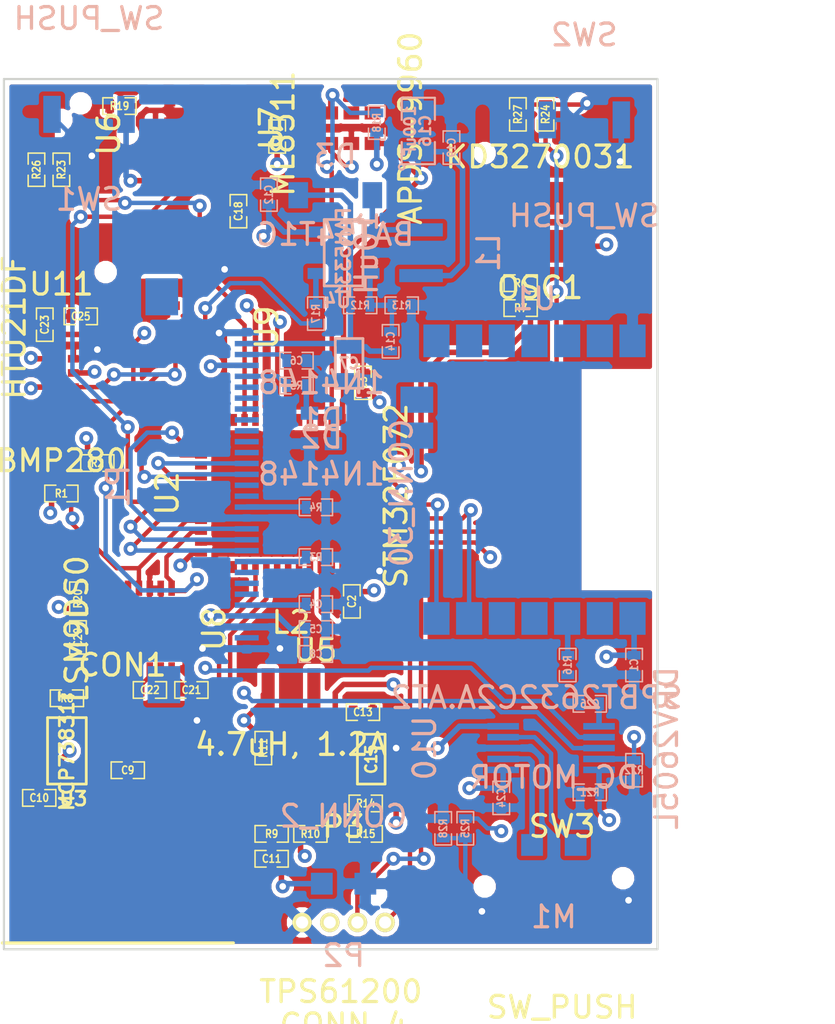
<source format=kicad_pcb>
(kicad_pcb (version 3) (host pcbnew "(22-Jun-2014 BZR 4027)-stable")
  (layers (15 F.Cu signal) (2 Inner2.Cu power hide) (1 Inner1.Cu power hide) (0 B.Cu signal) (18 B.Paste user) (19 F.Paste user hide) (20 B.SilkS user) (21 F.SilkS user hide) (22 B.Mask user) (23 F.Mask user hide) (28 Edge.Cuts user))
  (net 0 "")
  (net 1 +12V)
  (net 2 +3.3V)
  (net 3 +5V)
  (net 4 +BATT)
  (net 5 /Bluetooth/32KHZ_CLK)
  (net 6 /Bluetooth/BT_RESET)
  (net 7 /Bluetooth/BT_RX_STM_TX)
  (net 8 /Bluetooth/BT_TX_STM_RX)
  (net 9 /Display/DISPLAY_CS)
  (net 10 /Display/DISPLAY_DC)
  (net 11 /Display/DISPLAY_MOSI)
  (net 12 /Display/DISPLAY_RESET)
  (net 13 /Display/DISPLAY_SCK)
  (net 14 /Power/DISPLAY_BIAS_EN)
  (net 15 /STM32F072/BUTTON_1)
  (net 16 /STM32F072/BUTTON_2)
  (net 17 /STM32F072/BUTTON_3)
  (net 18 /STM32F072/GESTURE_INT)
  (net 19 /STM32F072/GYRO_INT)
  (net 20 /STM32F072/I2C_SCK)
  (net 21 /STM32F072/I2C_SDA)
  (net 22 /STM32F072/NRST)
  (net 23 /STM32F072/UV_EN)
  (net 24 /STM32F072/UV_OUT)
  (net 25 /STM32F072/VIB_EN)
  (net 26 /STM32F072/VIB_TRIG)
  (net 27 /STM32F072/XM_INT)
  (net 28 GND)
  (net 29 N-00000100)
  (net 30 N-00000101)
  (net 31 N-00000102)
  (net 32 N-00000104)
  (net 33 N-00000108)
  (net 34 N-0000027)
  (net 35 N-0000028)
  (net 36 N-0000041)
  (net 37 N-0000042)
  (net 38 N-0000058)
  (net 39 N-0000059)
  (net 40 N-0000060)
  (net 41 N-0000061)
  (net 42 N-0000062)
  (net 43 N-0000063)
  (net 44 N-0000076)
  (net 45 N-0000079)
  (net 46 N-0000081)
  (net 47 N-0000082)
  (net 48 N-0000084)
  (net 49 N-0000086)
  (net 50 N-0000087)
  (net 51 N-0000088)
  (net 52 N-0000089)
  (net 53 N-0000090)
  (net 54 N-0000091)
  (net 55 N-0000093)
  (net 56 N-0000094)
  (net 57 N-0000095)
  (net 58 N-0000096)
  (net 59 N-0000097)
  (net 60 N-0000098)
  (net 61 N-0000099)
  (module APDS-9960 (layer F.Cu) (at 29.464 16.256 90)
    (fp_text reference U7 (at 0 -3.2 90) (layer F.SilkS))
    (fp_text value APDS-9960 (at 0 3.2 90) (layer F.SilkS))
    (pad 3 smd rect (at 0.7 0.485 90) (size 0.6 0.72) (layers F.Cu F.Paste F.Mask) (net 32 N-00000104))
    (pad 2 smd rect (at 0.7 -0.485 90) (size 0.6 0.72) (layers F.Cu F.Paste F.Mask) (net 18 /STM32F072/GESTURE_INT))
    (pad 7 smd rect (at -0.7 -0.485 90) (size 0.6 0.72) (layers F.Cu F.Paste F.Mask) (net 20 /STM32F072/I2C_SCK))
    (pad 6 smd rect (at -0.7 0.485 90) (size 0.6 0.72) (layers F.Cu F.Paste F.Mask) (net 28 GND))
    (pad 8 smd rect (at -0.7 -1.455 90) (size 0.6 0.72) (layers F.Cu F.Paste F.Mask) (net 2 +3.3V))
    (pad 1 smd rect (at 0.7 -1.455 90) (size 0.6 0.72) (layers F.Cu F.Paste F.Mask) (net 21 /STM32F072/I2C_SDA))
    (pad 4 smd rect (at 0.7 1.455 90) (size 0.6 0.72) (layers F.Cu F.Paste F.Mask) (net 32 N-00000104))
    (pad 5 smd rect (at -0.7 1.455 90) (size 0.6 0.72) (layers F.Cu F.Paste F.Mask) (net 4 +BATT))
  )
  (module SM0603 (layer B.Cu) (at 29.845 27.051 90)
    (fp_text reference C7 (at 0 0 180) (layer B.SilkS) (effects (font (size 0.508 0.4572) (thickness 0.1143)) (justify mirror)))
    (fp_text value 10uF,16V hide)
    (pad 1 smd rect (at -0.762 0 90) (size 0.635 1.143) (layers B.Cu B.Paste B.Mask) (net 28 GND))
    (pad 2 smd rect (at 0.762 0 90) (size 0.635 1.143) (layers B.Cu B.Paste B.Mask) (net 1 +12V))
  )
  (module SM0402 (layer B.Cu) (at 30.353 24.384)
    (fp_text reference R12 (at 0 0) (layer B.SilkS) (effects (font (size 0.35052 0.3048) (thickness 0.07112)) (justify mirror)))
    (fp_text value 100K hide)
    (pad 1 smd rect (at -0.44958 0) (size 0.39878 0.59944) (layers B.Cu B.Paste B.Mask) (net 1 +12V))
    (pad 2 smd rect (at 0.44958 0) (size 0.39878 0.59944) (layers B.Cu B.Paste B.Mask) (net 48 N-0000084))
  )
  (module SM0402 (layer F.Cu) (at 26.289 48.641 180)
    (fp_text reference R9 (at 0 0 180) (layer F.SilkS) (effects (font (size 0.35052 0.3048) (thickness 0.07112))))
    (fp_text value 220K hide)
    (pad 1 smd rect (at -0.44958 0 180) (size 0.39878 0.59944) (layers F.Cu F.Paste F.Mask) (net 4 +BATT))
    (pad 2 smd rect (at 0.44958 0 180) (size 0.39878 0.59944) (layers F.Cu F.Paste F.Mask) (net 28 GND))
  )
  (module SM0402 (layer F.Cu) (at 26.289 49.784 180)
    (fp_text reference C11 (at 0 0 180) (layer F.SilkS) (effects (font (size 0.35052 0.3048) (thickness 0.07112))))
    (fp_text value 10uF hide)
    (pad 1 smd rect (at -0.44958 0 180) (size 0.39878 0.59944) (layers F.Cu F.Paste F.Mask) (net 4 +BATT))
    (pad 2 smd rect (at 0.44958 0 180) (size 0.39878 0.59944) (layers F.Cu F.Paste F.Mask) (net 28 GND))
  )
  (module SM0402 (layer F.Cu) (at 25.908 44.704 270)
    (fp_text reference R11 (at 0 0 270) (layer F.SilkS) (effects (font (size 0.35052 0.3048) (thickness 0.07112))))
    (fp_text value 10k hide)
    (pad 1 smd rect (at -0.44958 0 270) (size 0.39878 0.59944) (layers F.Cu F.Paste F.Mask) (net 4 +BATT))
    (pad 2 smd rect (at 0.44958 0 270) (size 0.39878 0.59944) (layers F.Cu F.Paste F.Mask) (net 53 N-0000090))
  )
  (module SM0402 (layer F.Cu) (at 28.067 48.641)
    (fp_text reference R10 (at 0 0) (layer F.SilkS) (effects (font (size 0.35052 0.3048) (thickness 0.07112))))
    (fp_text value 10k hide)
    (pad 1 smd rect (at -0.44958 0) (size 0.39878 0.59944) (layers F.Cu F.Paste F.Mask) (net 4 +BATT))
    (pad 2 smd rect (at 0.44958 0) (size 0.39878 0.59944) (layers F.Cu F.Paste F.Mask) (net 54 N-0000091))
  )
  (module SM0402 (layer B.Cu) (at 39.878 40.894 270)
    (fp_text reference R16 (at 0 0 270) (layer B.SilkS) (effects (font (size 0.35052 0.3048) (thickness 0.07112)) (justify mirror)))
    (fp_text value 10K hide)
    (pad 1 smd rect (at -0.44958 0 270) (size 0.39878 0.59944) (layers B.Cu B.Paste B.Mask) (net 34 N-0000027))
    (pad 2 smd rect (at 0.44958 0 270) (size 0.39878 0.59944) (layers B.Cu B.Paste B.Mask) (net 6 /Bluetooth/BT_RESET))
  )
  (module SM0402 (layer F.Cu) (at 16.891 42.418 180)
    (fp_text reference R8 (at 0 0 180) (layer F.SilkS) (effects (font (size 0.35052 0.3048) (thickness 0.07112))))
    (fp_text value 2K hide)
    (pad 1 smd rect (at -0.44958 0 180) (size 0.39878 0.59944) (layers F.Cu F.Paste F.Mask) (net 46 N-0000081))
    (pad 2 smd rect (at 0.44958 0 180) (size 0.39878 0.59944) (layers F.Cu F.Paste F.Mask) (net 28 GND))
  )
  (module SM0402 (layer F.Cu) (at 19.685 45.72)
    (fp_text reference C9 (at 0 0) (layer F.SilkS) (effects (font (size 0.35052 0.3048) (thickness 0.07112))))
    (fp_text value 10uF hide)
    (pad 1 smd rect (at -0.44958 0) (size 0.39878 0.59944) (layers F.Cu F.Paste F.Mask) (net 3 +5V))
    (pad 2 smd rect (at 0.44958 0) (size 0.39878 0.59944) (layers F.Cu F.Paste F.Mask) (net 28 GND))
  )
  (module SM0402 (layer F.Cu) (at 15.621 46.99 180)
    (fp_text reference C10 (at 0 0 180) (layer F.SilkS) (effects (font (size 0.35052 0.3048) (thickness 0.07112))))
    (fp_text value 10uF hide)
    (pad 1 smd rect (at -0.44958 0 180) (size 0.39878 0.59944) (layers F.Cu F.Paste F.Mask) (net 4 +BATT))
    (pad 2 smd rect (at 0.44958 0 180) (size 0.39878 0.59944) (layers F.Cu F.Paste F.Mask) (net 28 GND))
  )
  (module SM0402 (layer F.Cu) (at 37.719 23.368 180)
    (fp_text reference R6 (at 0 0 180) (layer F.SilkS) (effects (font (size 0.35052 0.3048) (thickness 0.07112))))
    (fp_text value 10K hide)
    (pad 1 smd rect (at -0.44958 0 180) (size 0.39878 0.59944) (layers F.Cu F.Paste F.Mask) (net 35 N-0000028))
    (pad 2 smd rect (at 0.44958 0 180) (size 0.39878 0.59944) (layers F.Cu F.Paste F.Mask) (net 5 /Bluetooth/32KHZ_CLK))
  )
  (module SM0402 (layer F.Cu) (at 37.719 24.511 180)
    (fp_text reference R7 (at 0 0 180) (layer F.SilkS) (effects (font (size 0.35052 0.3048) (thickness 0.07112))))
    (fp_text value 10K hide)
    (pad 1 smd rect (at -0.44958 0 180) (size 0.39878 0.59944) (layers F.Cu F.Paste F.Mask) (net 35 N-0000028))
    (pad 2 smd rect (at 0.44958 0 180) (size 0.39878 0.59944) (layers F.Cu F.Paste F.Mask) (net 28 GND))
  )
  (module SM0402 (layer B.Cu) (at 26.162 19.304 90)
    (fp_text reference C12 (at 0 0 90) (layer B.SilkS) (effects (font (size 0.35052 0.3048) (thickness 0.07112)) (justify mirror)))
    (fp_text value 10uF,6.3V hide)
    (pad 1 smd rect (at -0.44958 0 90) (size 0.39878 0.59944) (layers B.Cu B.Paste B.Mask) (net 4 +BATT))
    (pad 2 smd rect (at 0.44958 0 90) (size 0.39878 0.59944) (layers B.Cu B.Paste B.Mask) (net 28 GND))
  )
  (module SM0402 (layer F.Cu) (at 30.48 43.053)
    (fp_text reference C13 (at 0 0) (layer F.SilkS) (effects (font (size 0.35052 0.3048) (thickness 0.07112))))
    (fp_text value 0.1uF hide)
    (pad 1 smd rect (at -0.44958 0) (size 0.39878 0.59944) (layers F.Cu F.Paste F.Mask) (net 51 N-0000088))
    (pad 2 smd rect (at 0.44958 0) (size 0.39878 0.59944) (layers F.Cu F.Paste F.Mask) (net 28 GND))
  )
  (module SM0402 (layer B.Cu) (at 32.258 24.384)
    (fp_text reference R13 (at 0 0) (layer B.SilkS) (effects (font (size 0.35052 0.3048) (thickness 0.07112)) (justify mirror)))
    (fp_text value 10K hide)
    (pad 1 smd rect (at -0.44958 0) (size 0.39878 0.59944) (layers B.Cu B.Paste B.Mask) (net 48 N-0000084))
    (pad 2 smd rect (at 0.44958 0) (size 0.39878 0.59944) (layers B.Cu B.Paste B.Mask) (net 28 GND))
  )
  (module SM0402 (layer B.Cu) (at 31.75 26.035 90)
    (fp_text reference C14 (at 0 0 90) (layer B.SilkS) (effects (font (size 0.35052 0.3048) (thickness 0.07112)) (justify mirror)))
    (fp_text value 0.1uF,16V hide)
    (pad 1 smd rect (at -0.44958 0 90) (size 0.39878 0.59944) (layers B.Cu B.Paste B.Mask) (net 1 +12V))
    (pad 2 smd rect (at 0.44958 0 90) (size 0.39878 0.59944) (layers B.Cu B.Paste B.Mask) (net 48 N-0000084))
  )
  (module SM0402 (layer F.Cu) (at 17.399 39.624 270)
    (fp_text reference C20 (at 0 0 270) (layer F.SilkS) (effects (font (size 0.35052 0.3048) (thickness 0.07112))))
    (fp_text value 10uF hide)
    (pad 1 smd rect (at -0.44958 0 270) (size 0.39878 0.59944) (layers F.Cu F.Paste F.Mask) (net 2 +3.3V))
    (pad 2 smd rect (at 0.44958 0 270) (size 0.39878 0.59944) (layers F.Cu F.Paste F.Mask) (net 28 GND))
  )
  (module SM0402 (layer B.Cu) (at 34.544 17.145 90)
    (fp_text reference C19 (at 0 0 90) (layer B.SilkS) (effects (font (size 0.35052 0.3048) (thickness 0.07112)) (justify mirror)))
    (fp_text value 1uf hide)
    (pad 1 smd rect (at -0.44958 0 90) (size 0.39878 0.59944) (layers B.Cu B.Paste B.Mask) (net 4 +BATT))
    (pad 2 smd rect (at 0.44958 0 90) (size 0.39878 0.59944) (layers B.Cu B.Paste B.Mask) (net 28 GND))
  )
  (module SM0402 (layer F.Cu) (at 26.543 16.637 90)
    (fp_text reference C17 (at 0 0 90) (layer F.SilkS) (effects (font (size 0.35052 0.3048) (thickness 0.07112))))
    (fp_text value 1uf hide)
    (pad 1 smd rect (at -0.44958 0 90) (size 0.39878 0.59944) (layers F.Cu F.Paste F.Mask) (net 2 +3.3V))
    (pad 2 smd rect (at 0.44958 0 90) (size 0.39878 0.59944) (layers F.Cu F.Paste F.Mask) (net 28 GND))
  )
  (module SM0402 (layer F.Cu) (at 22.606 42.037)
    (fp_text reference C21 (at 0 0) (layer F.SilkS) (effects (font (size 0.35052 0.3048) (thickness 0.07112))))
    (fp_text value 4.7uF hide)
    (pad 1 smd rect (at -0.44958 0) (size 0.39878 0.59944) (layers F.Cu F.Paste F.Mask) (net 30 N-00000101))
    (pad 2 smd rect (at 0.44958 0) (size 0.39878 0.59944) (layers F.Cu F.Paste F.Mask) (net 28 GND))
  )
  (module SM0402 (layer F.Cu) (at 20.701 42.037 180)
    (fp_text reference C22 (at 0 0 180) (layer F.SilkS) (effects (font (size 0.35052 0.3048) (thickness 0.07112))))
    (fp_text value .22uF hide)
    (pad 1 smd rect (at -0.44958 0 180) (size 0.39878 0.59944) (layers F.Cu F.Paste F.Mask) (net 31 N-00000102))
    (pad 2 smd rect (at 0.44958 0 180) (size 0.39878 0.59944) (layers F.Cu F.Paste F.Mask) (net 33 N-00000108))
  )
  (module SM0402 (layer B.Cu) (at 28.321 39.243 180)
    (fp_text reference C5 (at 0 0 180) (layer B.SilkS) (effects (font (size 0.35052 0.3048) (thickness 0.07112)) (justify mirror)))
    (fp_text value 10uF hide)
    (pad 1 smd rect (at -0.44958 0 180) (size 0.39878 0.59944) (layers B.Cu B.Paste B.Mask) (net 28 GND))
    (pad 2 smd rect (at 0.44958 0 180) (size 0.39878 0.59944) (layers B.Cu B.Paste B.Mask) (net 2 +3.3V))
  )
  (module SM0402 (layer B.Cu) (at 27.432 26.924 180)
    (fp_text reference C6 (at 0 0 180) (layer B.SilkS) (effects (font (size 0.35052 0.3048) (thickness 0.07112)) (justify mirror)))
    (fp_text value 1uF hide)
    (pad 1 smd rect (at -0.44958 0 180) (size 0.39878 0.59944) (layers B.Cu B.Paste B.Mask) (net 28 GND))
    (pad 2 smd rect (at 0.44958 0 180) (size 0.39878 0.59944) (layers B.Cu B.Paste B.Mask) (net 44 N-0000076))
  )
  (module SM0402 (layer B.Cu) (at 28.321 40.386 180)
    (fp_text reference C8 (at 0 0 180) (layer B.SilkS) (effects (font (size 0.35052 0.3048) (thickness 0.07112)) (justify mirror)))
    (fp_text value 10uF hide)
    (pad 1 smd rect (at -0.44958 0 180) (size 0.39878 0.59944) (layers B.Cu B.Paste B.Mask) (net 28 GND))
    (pad 2 smd rect (at 0.44958 0 180) (size 0.39878 0.59944) (layers B.Cu B.Paste B.Mask) (net 2 +3.3V))
  )
  (module SM0402 (layer B.Cu) (at 27.432 28.067 180)
    (fp_text reference R5 (at 0 0 180) (layer B.SilkS) (effects (font (size 0.35052 0.3048) (thickness 0.07112)) (justify mirror)))
    (fp_text value 50 hide)
    (pad 1 smd rect (at -0.44958 0 180) (size 0.39878 0.59944) (layers B.Cu B.Paste B.Mask) (net 40 N-0000060))
    (pad 2 smd rect (at 0.44958 0 180) (size 0.39878 0.59944) (layers B.Cu B.Paste B.Mask) (net 41 N-0000061))
  )
  (module SM0402 (layer F.Cu) (at 24.765 20.066 270)
    (fp_text reference C18 (at 0 0 270) (layer F.SilkS) (effects (font (size 0.35052 0.3048) (thickness 0.07112))))
    (fp_text value 1nF hide)
    (pad 1 smd rect (at -0.44958 0 270) (size 0.39878 0.59944) (layers F.Cu F.Paste F.Mask) (net 57 N-0000095))
    (pad 2 smd rect (at 0.44958 0 270) (size 0.39878 0.59944) (layers F.Cu F.Paste F.Mask) (net 28 GND))
  )
  (module SM0402 (layer F.Cu) (at 30.607 48.641)
    (fp_text reference R15 (at 0 0) (layer F.SilkS) (effects (font (size 0.35052 0.3048) (thickness 0.07112))))
    (fp_text value 220K hide)
    (pad 1 smd rect (at -0.44958 0) (size 0.39878 0.59944) (layers F.Cu F.Paste F.Mask) (net 50 N-0000087))
    (pad 2 smd rect (at 0.44958 0) (size 0.39878 0.59944) (layers F.Cu F.Paste F.Mask) (net 28 GND))
  )
  (module SM0402 (layer B.Cu) (at 28.321 33.655 180)
    (fp_text reference R4 (at 0 0 180) (layer B.SilkS) (effects (font (size 0.35052 0.3048) (thickness 0.07112)) (justify mirror)))
    (fp_text value 10K hide)
    (pad 1 smd rect (at -0.44958 0 180) (size 0.39878 0.59944) (layers B.Cu B.Paste B.Mask) (net 28 GND))
    (pad 2 smd rect (at 0.44958 0 180) (size 0.39878 0.59944) (layers B.Cu B.Paste B.Mask) (net 38 N-0000058))
  )
  (module SM0402 (layer B.Cu) (at 28.321 35.941 180)
    (fp_text reference R3 (at 0 0 180) (layer B.SilkS) (effects (font (size 0.35052 0.3048) (thickness 0.07112)) (justify mirror)))
    (fp_text value 600K hide)
    (pad 1 smd rect (at -0.44958 0 180) (size 0.39878 0.59944) (layers B.Cu B.Paste B.Mask) (net 28 GND))
    (pad 2 smd rect (at 0.44958 0 180) (size 0.39878 0.59944) (layers B.Cu B.Paste B.Mask) (net 43 N-0000063))
  )
  (module SM0402 (layer B.Cu) (at 28.321 38.1 180)
    (fp_text reference C4 (at 0 0 180) (layer B.SilkS) (effects (font (size 0.35052 0.3048) (thickness 0.07112)) (justify mirror)))
    (fp_text value 1uF hide)
    (pad 1 smd rect (at -0.44958 0 180) (size 0.39878 0.59944) (layers B.Cu B.Paste B.Mask) (net 28 GND))
    (pad 2 smd rect (at 0.44958 0 180) (size 0.39878 0.59944) (layers B.Cu B.Paste B.Mask) (net 42 N-0000062))
  )
  (module SM0402 (layer B.Cu) (at 36.83 46.99 270)
    (fp_text reference C24 (at 0 0 270) (layer B.SilkS) (effects (font (size 0.35052 0.3048) (thickness 0.07112)) (justify mirror)))
    (fp_text value 0.1uF hide)
    (pad 1 smd rect (at -0.44958 0 270) (size 0.39878 0.59944) (layers B.Cu B.Paste B.Mask) (net 4 +BATT))
    (pad 2 smd rect (at 0.44958 0 270) (size 0.39878 0.59944) (layers B.Cu B.Paste B.Mask) (net 28 GND))
  )
  (module SM0402 (layer F.Cu) (at 30.48 27.94 90)
    (fp_text reference C3 (at 0 0 90) (layer F.SilkS) (effects (font (size 0.35052 0.3048) (thickness 0.07112))))
    (fp_text value 100pF hide)
    (pad 1 smd rect (at -0.44958 0 90) (size 0.39878 0.59944) (layers F.Cu F.Paste F.Mask) (net 2 +3.3V))
    (pad 2 smd rect (at 0.44958 0 90) (size 0.39878 0.59944) (layers F.Cu F.Paste F.Mask) (net 28 GND))
  )
  (module SM0402 (layer F.Cu) (at 15.875 25.273 90)
    (fp_text reference C23 (at 0 0 90) (layer F.SilkS) (effects (font (size 0.35052 0.3048) (thickness 0.07112))))
    (fp_text value 100nF hide)
    (pad 1 smd rect (at -0.44958 0 90) (size 0.39878 0.59944) (layers F.Cu F.Paste F.Mask) (net 2 +3.3V))
    (pad 2 smd rect (at 0.44958 0 90) (size 0.39878 0.59944) (layers F.Cu F.Paste F.Mask) (net 28 GND))
  )
  (module SM0402 (layer F.Cu) (at 30.607 47.244 180)
    (fp_text reference R14 (at 0 0 180) (layer F.SilkS) (effects (font (size 0.35052 0.3048) (thickness 0.07112))))
    (fp_text value 1.2M hide)
    (pad 1 smd rect (at -0.44958 0 180) (size 0.39878 0.59944) (layers F.Cu F.Paste F.Mask) (net 2 +3.3V))
    (pad 2 smd rect (at 0.44958 0 180) (size 0.39878 0.59944) (layers F.Cu F.Paste F.Mask) (net 50 N-0000087))
  )
  (module SM0402 (layer F.Cu) (at 29.972 37.973 270)
    (fp_text reference C2 (at 0 0 270) (layer F.SilkS) (effects (font (size 0.35052 0.3048) (thickness 0.07112))))
    (fp_text value 10uF hide)
    (pad 1 smd rect (at -0.44958 0 270) (size 0.39878 0.59944) (layers F.Cu F.Paste F.Mask) (net 2 +3.3V))
    (pad 2 smd rect (at 0.44958 0 270) (size 0.39878 0.59944) (layers F.Cu F.Paste F.Mask) (net 28 GND))
  )
  (module SM0402 (layer B.Cu) (at 42.926 40.894 270)
    (fp_text reference C1 (at 0 0 270) (layer B.SilkS) (effects (font (size 0.35052 0.3048) (thickness 0.07112)) (justify mirror)))
    (fp_text value 10uF hide)
    (pad 1 smd rect (at -0.44958 0 270) (size 0.39878 0.59944) (layers B.Cu B.Paste B.Mask) (net 2 +3.3V))
    (pad 2 smd rect (at 0.44958 0 270) (size 0.39878 0.59944) (layers B.Cu B.Paste B.Mask) (net 28 GND))
  )
  (module UFQFPN48 (layer F.Cu) (at 26.797 33.02 270)
    (fp_text reference U2 (at 0 5.3 270) (layer F.SilkS))
    (fp_text value STM32F072 (at 0.1 -5.2 270) (layer F.SilkS))
    (pad 37 smd rect (at 2.75 -3.75) (size 0.55 0.3) (layers *.Paste F.Cu F.Mask) (net 37 N-0000042))
    (pad 38 smd rect (at 2.25 -3.75) (size 0.55 0.3) (layers *.Paste F.Cu F.Mask) (net 17 /STM32F072/BUTTON_3))
    (pad 39 smd rect (at 1.75 -3.75) (size 0.55 0.3) (layers *.Paste F.Cu F.Mask) (net 16 /STM32F072/BUTTON_2))
    (pad 40 smd rect (at 1.25 -3.75) (size 0.55 0.3) (layers *.Paste F.Cu F.Mask))
    (pad 41 smd rect (at 0.75 -3.75) (size 0.55 0.3) (layers *.Paste F.Cu F.Mask))
    (pad 42 smd rect (at 0.25 -3.75) (size 0.55 0.3) (layers *.Paste F.Cu F.Mask) (net 7 /Bluetooth/BT_RX_STM_TX))
    (pad 43 smd rect (at -0.25 -3.75) (size 0.55 0.3) (layers *.Paste F.Cu F.Mask) (net 8 /Bluetooth/BT_TX_STM_RX))
    (pad 44 smd rect (at -0.75 -3.75) (size 0.55 0.3) (layers *.Paste F.Cu F.Mask))
    (pad 45 smd rect (at -1.25 -3.75) (size 0.55 0.3) (layers *.Paste F.Cu F.Mask) (net 25 /STM32F072/VIB_EN))
    (pad 46 smd rect (at -1.75 -3.75) (size 0.55 0.3) (layers *.Paste F.Cu F.Mask) (net 26 /STM32F072/VIB_TRIG))
    (pad 47 smd rect (at -2.25 -3.75) (size 0.55 0.3) (layers *.Paste F.Cu F.Mask) (net 28 GND))
    (pad 48 smd rect (at -2.75 -3.75) (size 0.55 0.3) (layers *.Paste F.Cu F.Mask) (net 2 +3.3V))
    (pad 13 smd rect (at -2.75 3.75) (size 0.55 0.3) (layers *.Paste F.Cu F.Mask))
    (pad 14 smd rect (at -2.25 3.75) (size 0.55 0.3) (layers *.Paste F.Cu F.Mask) (net 9 /Display/DISPLAY_CS))
    (pad 15 smd rect (at -1.75 3.75) (size 0.55 0.3) (layers *.Paste F.Cu F.Mask) (net 13 /Display/DISPLAY_SCK))
    (pad 16 smd rect (at -1.25 3.75) (size 0.55 0.3) (layers *.Paste F.Cu F.Mask))
    (pad 17 smd rect (at -0.75 3.75) (size 0.55 0.3) (layers *.Paste F.Cu F.Mask) (net 11 /Display/DISPLAY_MOSI))
    (pad 18 smd rect (at -0.25 3.75) (size 0.55 0.3) (layers *.Paste F.Cu F.Mask) (net 24 /STM32F072/UV_OUT))
    (pad 19 smd rect (at 0.25 3.75) (size 0.55 0.3) (layers *.Paste F.Cu F.Mask) (net 10 /Display/DISPLAY_DC))
    (pad 20 smd rect (at 0.75 3.75) (size 0.55 0.3) (layers *.Paste F.Cu F.Mask) (net 12 /Display/DISPLAY_RESET))
    (pad 21 smd rect (at 1.25 3.75) (size 0.55 0.3) (layers *.Paste F.Cu F.Mask) (net 20 /STM32F072/I2C_SCK))
    (pad 22 smd rect (at 1.75 3.75) (size 0.55 0.3) (layers *.Paste F.Cu F.Mask) (net 21 /STM32F072/I2C_SDA))
    (pad 23 smd rect (at 2.25 3.75) (size 0.55 0.3) (layers *.Paste F.Cu F.Mask) (net 28 GND))
    (pad 24 smd rect (at 2.75 3.75) (size 0.55 0.3) (layers *.Paste F.Cu F.Mask) (net 2 +3.3V))
    (pad 25 smd rect (at 3.375 2.75 270) (size 0.55 0.3) (layers *.Paste F.Cu F.Mask) (net 6 /Bluetooth/BT_RESET))
    (pad 26 smd rect (at 3.375 2.25 270) (size 0.55 0.3) (layers *.Paste F.Cu F.Mask))
    (pad 27 smd rect (at 3.375 1.75 270) (size 0.55 0.3) (layers *.Paste F.Cu F.Mask))
    (pad 28 smd rect (at 3.375 1.25 270) (size 0.55 0.3) (layers *.Paste F.Cu F.Mask) (net 19 /STM32F072/GYRO_INT))
    (pad 29 smd rect (at 3.375 0.75 270) (size 0.55 0.3) (layers *.Paste F.Cu F.Mask) (net 27 /STM32F072/XM_INT))
    (pad 30 smd rect (at 3.375 0.255 270) (size 0.55 0.3) (layers *.Paste F.Cu F.Mask))
    (pad 31 smd rect (at 3.375 -0.25 270) (size 0.55 0.3) (layers *.Paste F.Cu F.Mask))
    (pad 32 smd rect (at 3.375 -0.75 270) (size 0.55 0.3) (layers *.Paste F.Cu F.Mask))
    (pad 33 smd rect (at 3.375 -1.25 270) (size 0.55 0.3) (layers *.Paste F.Cu F.Mask))
    (pad 34 smd rect (at 3.375 -1.75 270) (size 0.55 0.3) (layers *.Paste F.Cu F.Mask) (net 36 N-0000041))
    (pad 35 smd rect (at 3.375 -2.25 270) (size 0.55 0.3) (layers *.Paste F.Cu F.Mask) (net 28 GND))
    (pad 36 smd rect (at 3.375 -2.75 270) (size 0.55 0.3) (layers *.Paste F.Cu F.Mask) (net 2 +3.3V))
    (pad 1 smd rect (at -3.375 -2.75 270) (size 0.55 0.3) (layers *.Paste F.Cu F.Mask) (net 4 +BATT))
    (pad 2 smd rect (at -3.375 -2.25 270) (size 0.55 0.3) (layers *.Paste F.Cu F.Mask) (net 18 /STM32F072/GESTURE_INT))
    (pad 3 smd rect (at -3.375 -1.75 270) (size 0.55 0.3) (layers *.Paste F.Cu F.Mask))
    (pad 4 smd rect (at -3.375 -1.25 270) (size 0.55 0.3) (layers *.Paste F.Cu F.Mask))
    (pad 5 smd rect (at -3.375 -0.75 270) (size 0.55 0.3) (layers *.Paste F.Cu F.Mask))
    (pad 6 smd rect (at -3.375 -0.25 270) (size 0.55 0.3) (layers *.Paste F.Cu F.Mask))
    (pad 7 smd rect (at -3.375 0.25 270) (size 0.55 0.3) (layers *.Paste F.Cu F.Mask) (net 22 /STM32F072/NRST))
    (pad 8 smd rect (at -3.375 0.75 270) (size 0.55 0.3) (layers *.Paste F.Cu F.Mask) (net 28 GND))
    (pad 9 smd rect (at -3.375 1.25 270) (size 0.55 0.3) (layers *.Paste F.Cu F.Mask) (net 2 +3.3V))
    (pad 10 smd rect (at -3.375 1.75 270) (size 0.55 0.3) (layers *.Paste F.Cu F.Mask) (net 15 /STM32F072/BUTTON_1))
    (pad 11 smd rect (at -3.375 2.25 270) (size 0.55 0.3) (layers *.Paste F.Cu F.Mask) (net 23 /STM32F072/UV_EN))
    (pad 12 smd rect (at -3.375 2.75 270) (size 0.55 0.3) (layers *.Paste F.Cu F.Mask) (net 14 /Power/DISPLAY_BIAS_EN))
  )
  (module SOT23-5 (layer B.Cu) (at 29.591 21.971 270)
    (fp_text reference U4 (at 2.19964 0.29972 540) (layer B.SilkS) (effects (font (size 0.635 0.635) (thickness 0.127)) (justify mirror)))
    (fp_text value FAN5331 (at 0 0 270) (layer B.SilkS) (effects (font (size 0.635 0.635) (thickness 0.127)) (justify mirror)))
    (pad 1 smd rect (at -0.9525 -1.27 270) (size 0.508 0.762) (layers B.Cu B.Paste B.Mask) (net 45 N-0000079))
    (pad 3 smd rect (at 0.9525 -1.27 270) (size 0.508 0.762) (layers B.Cu B.Paste B.Mask) (net 48 N-0000084))
    (pad 5 smd rect (at -0.9525 1.27 270) (size 0.508 0.762) (layers B.Cu B.Paste B.Mask) (net 4 +BATT))
    (pad 2 smd rect (at 0 -1.27 270) (size 0.508 0.762) (layers B.Cu B.Paste B.Mask) (net 28 GND))
    (pad 4 smd rect (at 0.9525 1.27 270) (size 0.508 0.762) (layers B.Cu B.Paste B.Mask) (net 49 N-0000086))
  )
  (module SOT23-5 (layer F.Cu) (at 16.891 44.831 270)
    (fp_text reference U3 (at 2.19964 -0.29972 360) (layer F.SilkS) (effects (font (size 0.635 0.635) (thickness 0.127))))
    (fp_text value MCP73831T (at 0 0 270) (layer F.SilkS) (effects (font (size 0.635 0.635) (thickness 0.127))))
    (pad 1 smd rect (at -0.9525 1.27 270) (size 0.508 0.762) (layers F.Cu F.Paste F.Mask))
    (pad 3 smd rect (at 0.9525 1.27 270) (size 0.508 0.762) (layers F.Cu F.Paste F.Mask) (net 4 +BATT))
    (pad 5 smd rect (at -0.9525 -1.27 270) (size 0.508 0.762) (layers F.Cu F.Paste F.Mask) (net 46 N-0000081))
    (pad 2 smd rect (at 0 1.27 270) (size 0.508 0.762) (layers F.Cu F.Paste F.Mask) (net 28 GND))
    (pad 4 smd rect (at 0.9525 -1.27 270) (size 0.508 0.762) (layers F.Cu F.Paste F.Mask) (net 3 +5V))
  )
  (module SM0402 (layer F.Cu) (at 16.637 33.02)
    (fp_text reference R1 (at 0 0) (layer F.SilkS) (effects (font (size 0.35052 0.3048) (thickness 0.07112))))
    (fp_text value 4.7K hide)
    (pad 1 smd rect (at -0.44958 0) (size 0.39878 0.59944) (layers F.Cu F.Paste F.Mask) (net 2 +3.3V))
    (pad 2 smd rect (at 0.44958 0) (size 0.39878 0.59944) (layers F.Cu F.Paste F.Mask) (net 20 /STM32F072/I2C_SCK))
  )
  (module SM0402 (layer F.Cu) (at 18.288 31.623)
    (fp_text reference R2 (at 0 0) (layer F.SilkS) (effects (font (size 0.35052 0.3048) (thickness 0.07112))))
    (fp_text value 4.7K hide)
    (pad 1 smd rect (at -0.44958 0) (size 0.39878 0.59944) (layers F.Cu F.Paste F.Mask) (net 2 +3.3V))
    (pad 2 smd rect (at 0.44958 0) (size 0.39878 0.59944) (layers F.Cu F.Paste F.Mask) (net 21 /STM32F072/I2C_SDA))
  )
  (module VSON-10 (layer F.Cu) (at 28.194 45.72)
    (fp_text reference U5 (at 0.1 -5.5) (layer F.SilkS))
    (fp_text value TPS61200 (at 1.27 10.16) (layer F.SilkS))
    (pad 5 smd rect (at -1 -1.475) (size 0.28 0.85) (layers F.Cu F.Paste F.Mask) (net 4 +BATT))
    (pad 4 smd rect (at -0.5 -1.475) (size 0.28 0.85) (layers F.Cu F.Paste F.Mask) (net 28 GND))
    (pad 1 smd rect (at 1 -1.475) (size 0.28 0.85) (layers F.Cu F.Paste F.Mask) (net 51 N-0000088))
    (pad 2 smd rect (at 0.5 -1.475) (size 0.28 0.85) (layers F.Cu F.Paste F.Mask) (net 2 +3.3V))
    (pad 3 smd rect (at 0 -1.475) (size 0.28 0.85) (layers F.Cu F.Paste F.Mask) (net 52 N-0000089))
    (pad 8 smd rect (at 0 1.475) (size 0.28 0.85) (layers F.Cu F.Paste F.Mask) (net 54 N-0000091))
    (pad 9 smd rect (at 0.5 1.475) (size 0.28 0.85) (layers F.Cu F.Paste F.Mask) (net 28 GND))
    (pad 10 smd rect (at 1 1.475) (size 0.28 0.85) (layers F.Cu F.Paste F.Mask) (net 50 N-0000087))
    (pad 7 smd rect (at -0.5 1.475) (size 0.28 0.85) (layers F.Cu F.Paste F.Mask) (net 4 +BATT))
    (pad 6 smd rect (at -1 1.475) (size 0.28 0.85) (layers F.Cu F.Paste F.Mask) (net 53 N-0000090))
    (pad PAD smd rect (at 0 0) (size 2.4 1.65) (layers F.Cu F.Paste F.Mask))
  )
  (module SPBT2632C2A (layer B.Cu) (at 38.354 32.385)
    (fp_text reference U1 (at 0 -8.3) (layer B.SilkS) (effects (justify mirror)))
    (fp_text value SPBT2632C2A.AT2 (at 0.1 10) (layer B.SilkS) (effects (justify mirror)))
    (pad 11 smd rect (at 0 6.37) (size 1.2 1.5) (layers B.Cu B.Paste B.Mask))
    (pad 10 smd rect (at 1.5 6.37) (size 1.2 1.5) (layers B.Cu B.Paste B.Mask) (net 34 N-0000027))
    (pad 9 smd rect (at 3 6.37) (size 1.2 1.5) (layers B.Cu B.Paste B.Mask))
    (pad 8 smd rect (at 4.5 6.37) (size 1.2 1.5) (layers B.Cu B.Paste B.Mask) (net 2 +3.3V))
    (pad 12 smd rect (at -1.5 6.37) (size 1.2 1.5) (layers B.Cu B.Paste B.Mask))
    (pad 13 smd rect (at -3 6.37) (size 1.2 1.5) (layers B.Cu B.Paste B.Mask) (net 7 /Bluetooth/BT_RX_STM_TX))
    (pad 14 smd rect (at -4.5 6.37) (size 1.2 1.5) (layers B.Cu B.Paste B.Mask) (net 8 /Bluetooth/BT_TX_STM_RX))
    (pad 7 smd rect (at 4.5 -6.37) (size 1.2 1.5) (layers B.Cu B.Paste B.Mask) (net 28 GND))
    (pad 6 smd rect (at 3 -6.37) (size 1.2 1.5) (layers B.Cu B.Paste B.Mask))
    (pad 5 smd rect (at 1.5 -6.37) (size 1.2 1.5) (layers B.Cu B.Paste B.Mask))
    (pad 4 smd rect (at 0 -6.37) (size 1.2 1.5) (layers B.Cu B.Paste B.Mask))
    (pad 3 smd rect (at -1.5 -6.37) (size 1.2 1.5) (layers B.Cu B.Paste B.Mask))
    (pad 2 smd rect (at -3 -6.37) (size 1.2 1.5) (layers B.Cu B.Paste B.Mask))
    (pad 1 smd rect (at -4.5 -6.37) (size 1.2 1.5) (layers B.Cu B.Paste B.Mask))
    (pad 16 smd rect (at -5.4 -3.67) (size 1.5 1.2) (layers B.Cu B.Paste B.Mask))
    (pad 15 smd rect (at -5.4 -2.02) (size 1.5 1.2) (layers B.Cu B.Paste B.Mask) (net 35 N-0000028))
  )
  (module SM0402 (layer B.Cu) (at 40.894 42.672)
    (fp_text reference C26 (at 0 0) (layer B.SilkS) (effects (font (size 0.35052 0.3048) (thickness 0.07112)) (justify mirror)))
    (fp_text value 1uF hide)
    (pad 1 smd rect (at -0.44958 0) (size 0.39878 0.59944) (layers B.Cu B.Paste B.Mask) (net 28 GND))
    (pad 2 smd rect (at 0.44958 0) (size 0.39878 0.59944) (layers B.Cu B.Paste B.Mask) (net 59 N-0000097))
  )
  (module SM0402 (layer F.Cu) (at 19.304 15.24)
    (fp_text reference R19 (at 0 0) (layer F.SilkS) (effects (font (size 0.35052 0.3048) (thickness 0.07112))))
    (fp_text value 200k hide)
    (pad 1 smd rect (at -0.44958 0) (size 0.39878 0.59944) (layers F.Cu F.Paste F.Mask) (net 28 GND))
    (pad 2 smd rect (at 0.44958 0) (size 0.39878 0.59944) (layers F.Cu F.Paste F.Mask) (net 23 /STM32F072/UV_EN))
  )
  (module SM0402 (layer B.Cu) (at 31.115 16.002 270)
    (fp_text reference R18 (at 0 0 270) (layer B.SilkS) (effects (font (size 0.35052 0.3048) (thickness 0.07112)) (justify mirror)))
    (fp_text value 10K hide)
    (pad 1 smd rect (at -0.44958 0 270) (size 0.39878 0.59944) (layers B.Cu B.Paste B.Mask) (net 18 /STM32F072/GESTURE_INT))
    (pad 2 smd rect (at 0.44958 0 270) (size 0.39878 0.59944) (layers B.Cu B.Paste B.Mask) (net 2 +3.3V))
  )
  (module SM0402 (layer F.Cu) (at 15.494 18.161 270)
    (fp_text reference R26 (at 0 0 270) (layer F.SilkS) (effects (font (size 0.35052 0.3048) (thickness 0.07112))))
    (fp_text value 10K hide)
    (pad 1 smd rect (at -0.44958 0 270) (size 0.39878 0.59944) (layers F.Cu F.Paste F.Mask) (net 29 N-00000100))
    (pad 2 smd rect (at 0.44958 0 270) (size 0.39878 0.59944) (layers F.Cu F.Paste F.Mask) (net 15 /STM32F072/BUTTON_1))
  )
  (module SM0402 (layer F.Cu) (at 16.637 18.161 90)
    (fp_text reference R23 (at 0 0 90) (layer F.SilkS) (effects (font (size 0.35052 0.3048) (thickness 0.07112))))
    (fp_text value 10K hide)
    (pad 1 smd rect (at -0.44958 0 90) (size 0.39878 0.59944) (layers F.Cu F.Paste F.Mask) (net 28 GND))
    (pad 2 smd rect (at 0.44958 0 90) (size 0.39878 0.59944) (layers F.Cu F.Paste F.Mask) (net 29 N-00000100))
  )
  (module SM0402 (layer F.Cu) (at 17.399 37.846 270)
    (fp_text reference R20 (at 0 0 270) (layer F.SilkS) (effects (font (size 0.35052 0.3048) (thickness 0.07112))))
    (fp_text value 10K hide)
    (pad 1 smd rect (at -0.44958 0 270) (size 0.39878 0.59944) (layers F.Cu F.Paste F.Mask) (net 58 N-0000096))
    (pad 2 smd rect (at 0.44958 0 270) (size 0.39878 0.59944) (layers F.Cu F.Paste F.Mask) (net 2 +3.3V))
  )
  (module SM0402 (layer F.Cu) (at 17.526 24.892 180)
    (fp_text reference C25 (at 0 0 180) (layer F.SilkS) (effects (font (size 0.35052 0.3048) (thickness 0.07112))))
    (fp_text value 100nF hide)
    (pad 1 smd rect (at -0.44958 0 180) (size 0.39878 0.59944) (layers F.Cu F.Paste F.Mask) (net 2 +3.3V))
    (pad 2 smd rect (at 0.44958 0 180) (size 0.39878 0.59944) (layers F.Cu F.Paste F.Mask) (net 28 GND))
  )
  (module SM0402 (layer B.Cu) (at 28.321 24.765 90)
    (fp_text reference R17 (at 0 0 90) (layer B.SilkS) (effects (font (size 0.35052 0.3048) (thickness 0.07112)) (justify mirror)))
    (fp_text value 10K hide)
    (pad 1 smd rect (at -0.44958 0 90) (size 0.39878 0.59944) (layers B.Cu B.Paste B.Mask) (net 14 /Power/DISPLAY_BIAS_EN))
    (pad 2 smd rect (at 0.44958 0 90) (size 0.39878 0.59944) (layers B.Cu B.Paste B.Mask) (net 49 N-0000086))
  )
  (module SM0402 (layer F.Cu) (at 38.862 15.621 270)
    (fp_text reference R24 (at 0 0 270) (layer F.SilkS) (effects (font (size 0.35052 0.3048) (thickness 0.07112))))
    (fp_text value 10K hide)
    (pad 1 smd rect (at -0.44958 0 270) (size 0.39878 0.59944) (layers F.Cu F.Paste F.Mask) (net 60 N-0000098))
    (pad 2 smd rect (at 0.44958 0 270) (size 0.39878 0.59944) (layers F.Cu F.Paste F.Mask) (net 16 /STM32F072/BUTTON_2))
  )
  (module SM0402 (layer F.Cu) (at 37.592 15.621 270)
    (fp_text reference R27 (at 0 0 270) (layer F.SilkS) (effects (font (size 0.35052 0.3048) (thickness 0.07112))))
    (fp_text value 10K hide)
    (pad 1 smd rect (at -0.44958 0 270) (size 0.39878 0.59944) (layers F.Cu F.Paste F.Mask) (net 60 N-0000098))
    (pad 2 smd rect (at 0.44958 0 270) (size 0.39878 0.59944) (layers F.Cu F.Paste F.Mask) (net 28 GND))
  )
  (module SM0402 (layer B.Cu) (at 35.179 48.387 90)
    (fp_text reference R25 (at 0 0 90) (layer B.SilkS) (effects (font (size 0.35052 0.3048) (thickness 0.07112)) (justify mirror)))
    (fp_text value 10K hide)
    (pad 1 smd rect (at -0.44958 0 90) (size 0.39878 0.59944) (layers B.Cu B.Paste B.Mask) (net 61 N-0000099))
    (pad 2 smd rect (at 0.44958 0 90) (size 0.39878 0.59944) (layers B.Cu B.Paste B.Mask) (net 17 /STM32F072/BUTTON_3))
  )
  (module SM0402 (layer B.Cu) (at 34.163 48.387 90)
    (fp_text reference R28 (at 0 0 90) (layer B.SilkS) (effects (font (size 0.35052 0.3048) (thickness 0.07112)) (justify mirror)))
    (fp_text value 10K hide)
    (pad 1 smd rect (at -0.44958 0 90) (size 0.39878 0.59944) (layers B.Cu B.Paste B.Mask) (net 61 N-0000099))
    (pad 2 smd rect (at 0.44958 0 90) (size 0.39878 0.59944) (layers B.Cu B.Paste B.Mask) (net 28 GND))
  )
  (module SM0402 (layer B.Cu) (at 42.926 45.72 90)
    (fp_text reference R22 (at 0 0 180) (layer B.SilkS) (effects (font (size 0.35052 0.3048) (thickness 0.07112)) (justify mirror)))
    (fp_text value 200k hide)
    (pad 1 smd rect (at -0.44958 0 90) (size 0.39878 0.59944) (layers B.Cu B.Paste B.Mask) (net 28 GND))
    (pad 2 smd rect (at 0.44958 0 90) (size 0.39878 0.59944) (layers B.Cu B.Paste B.Mask) (net 26 /STM32F072/VIB_TRIG))
  )
  (module SM0402 (layer B.Cu) (at 40.894 46.736)
    (fp_text reference R21 (at 0 0) (layer B.SilkS) (effects (font (size 0.35052 0.3048) (thickness 0.07112)) (justify mirror)))
    (fp_text value 200k hide)
    (pad 1 smd rect (at -0.44958 0) (size 0.39878 0.59944) (layers B.Cu B.Paste B.Mask) (net 28 GND))
    (pad 2 smd rect (at 0.44958 0) (size 0.39878 0.59944) (layers B.Cu B.Paste B.Mask) (net 25 /STM32F072/VIB_EN))
  )
  (module BMP280 (layer F.Cu) (at 16.637 27.813)
    (fp_text reference U11 (at 0 -4.4) (layer F.SilkS))
    (fp_text value BMP280 (at 0 3.7) (layer F.SilkS))
    (pad 4 smd rect (at 0.55 0.975) (size 0.5 0.35) (layers F.Cu F.Paste F.Mask) (net 20 /STM32F072/I2C_SCK))
    (pad 1 smd rect (at 0.55 -0.975) (size 0.5 0.35) (layers F.Cu F.Paste F.Mask) (net 28 GND))
    (pad 2 smd rect (at 0.55 -0.325) (size 0.5 0.35) (layers F.Cu F.Paste F.Mask) (net 2 +3.3V))
    (pad 3 smd rect (at 0.55 0.325) (size 0.5 0.35) (layers F.Cu F.Paste F.Mask) (net 21 /STM32F072/I2C_SDA))
    (pad 7 smd rect (at -0.55 -0.325) (size 0.5 0.35) (layers F.Cu F.Paste F.Mask) (net 28 GND))
    (pad 8 smd rect (at -0.55 -0.975) (size 0.5 0.35) (layers F.Cu F.Paste F.Mask) (net 2 +3.3V))
    (pad 6 smd rect (at -0.55 0.325) (size 0.5 0.35) (layers F.Cu F.Paste F.Mask) (net 2 +3.3V))
    (pad 5 smd rect (at -0.55 0.975) (size 0.5 0.35) (layers F.Cu F.Paste F.Mask) (net 28 GND))
  )
  (module HTU12DF (layer F.Cu) (at 20.574 25.4 270)
    (fp_text reference U9 (at 0 -5.5 270) (layer F.SilkS))
    (fp_text value HTU21DF (at 0 6.1 270) (layer F.SilkS))
    (pad 2 smd rect (at 0 -1.3 270) (size 0.4 0.4) (layers F.Cu F.Paste F.Mask) (net 28 GND))
    (pad 5 smd rect (at 0 1.3 270) (size 0.4 0.4) (layers F.Cu F.Paste F.Mask) (net 2 +3.3V))
    (pad 1 smd rect (at 1 -1.3 270) (size 0.4 0.4) (layers F.Cu F.Paste F.Mask) (net 21 /STM32F072/I2C_SDA))
    (pad 6 smd rect (at 1 1.3 270) (size 0.4 0.4) (layers F.Cu F.Paste F.Mask) (net 20 /STM32F072/I2C_SCK))
    (pad 3 smd rect (at -1 -1.3 270) (size 0.4 0.4) (layers F.Cu F.Paste F.Mask))
    (pad 4 smd rect (at -1 1.3 270) (size 0.4 0.4) (layers F.Cu F.Paste F.Mask))
  )
  (module VSSOP-10 (layer B.Cu) (at 39.116 44.704 270)
    (fp_text reference U10 (at 0 5.8 270) (layer B.SilkS) (effects (justify mirror)))
    (fp_text value DRV2605L (at 0 -5.3 270) (layer B.SilkS) (effects (justify mirror)))
    (pad 1 smd rect (at -1 -2.2 270) (size 0.3 1.45) (layers B.Cu B.Paste B.Mask) (net 59 N-0000097))
    (pad 2 smd rect (at -0.5 -2.2 270) (size 0.3 1.45) (layers B.Cu B.Paste B.Mask) (net 20 /STM32F072/I2C_SCK))
    (pad 3 smd rect (at 0 -2.2 270) (size 0.3 1.45) (layers B.Cu B.Paste B.Mask) (net 21 /STM32F072/I2C_SDA))
    (pad 4 smd rect (at 0.5 -2.2 270) (size 0.3 1.45) (layers B.Cu B.Paste B.Mask) (net 26 /STM32F072/VIB_TRIG))
    (pad 5 smd rect (at 1 -2.2 270) (size 0.3 1.45) (layers B.Cu B.Paste B.Mask) (net 25 /STM32F072/VIB_EN))
    (pad 6 smd rect (at 1 2.2 270) (size 0.3 1.45) (layers B.Cu B.Paste B.Mask) (net 4 +BATT))
    (pad 7 smd rect (at 0.5 2.2 270) (size 0.3 1.45) (layers B.Cu B.Paste B.Mask) (net 56 N-0000094))
    (pad 8 smd rect (at 0 2.2 270) (size 0.3 1.45) (layers B.Cu B.Paste B.Mask) (net 28 GND))
    (pad 9 smd rect (at -0.5 2.2 270) (size 0.3 1.45) (layers B.Cu B.Paste B.Mask) (net 55 N-0000093))
    (pad 10 smd rect (at -1 2.2 270) (size 0.3 1.45) (layers B.Cu B.Paste B.Mask) (net 4 +BATT))
  )
  (module 10118192 (layer F.Cu) (at 19.431 52.197)
    (fp_text reference CON1 (at 0 -11.3) (layer F.SilkS))
    (fp_text value USB-MINI-B (at 0 8.9) (layer F.SilkS))
    (pad 1 smd rect (at -1.3 -2.675) (size 0.4 1.35) (layers F.Cu F.Paste F.Mask) (net 3 +5V))
    (pad 2 smd rect (at -0.65 -2.675) (size 0.4 1.35) (layers F.Cu F.Paste F.Mask) (net 47 N-0000082))
    (pad 3 smd rect (at 0 -2.675) (size 0.4 1.35) (layers F.Cu F.Paste F.Mask) (net 47 N-0000082))
    (pad 4 smd rect (at 0.65 -2.675) (size 0.4 1.35) (layers F.Cu F.Paste F.Mask))
    (pad 5 smd rect (at 1.3 -2.675) (size 0.4 1.35) (layers F.Cu F.Paste F.Mask) (net 28 GND))
    (pad 6 smd rect (at 3.1 -2.55) (size 2.1 1.6) (layers F.Cu F.Paste F.Mask) (net 28 GND))
    (pad 6 smd rect (at -3.1 -2.55) (size 2.1 1.6) (layers F.Cu F.Paste F.Mask) (net 28 GND))
    (pad 6 smd rect (at -3.8 0) (size 1.8 1.9) (layers F.Cu F.Paste F.Mask) (net 28 GND))
    (pad 7 smd rect (at -1.2 0) (size 1.9 1.9) (layers F.Cu F.Paste F.Mask) (net 28 GND))
    (pad 8 smd rect (at 1.2 0) (size 1.9 1.9) (layers F.Cu F.Paste F.Mask) (net 28 GND))
    (pad 9 smd rect (at 3.8 0) (size 1.8 1.9) (layers F.Cu F.Paste F.Mask) (net 28 GND))
  )
  (module 4pin (layer F.Cu) (at 29.591 52.705)
    (fp_text reference P3 (at 0 -4.4) (layer F.SilkS))
    (fp_text value CONN_4 (at 0 4.7) (layer F.SilkS))
    (pad 1 thru_hole circle (at -1.905 0) (size 0.89 0.89) (drill 0.56) (layers *.Cu *.Mask F.SilkS) (net 28 GND))
    (pad 2 thru_hole circle (at -0.635 0) (size 0.89 0.89) (drill 0.56) (layers *.Cu *.Mask F.SilkS) (net 22 /STM32F072/NRST))
    (pad 3 thru_hole circle (at 0.635 0) (size 0.89 0.89) (drill 0.56) (layers *.Cu *.Mask F.SilkS) (net 37 N-0000042))
    (pad 4 thru_hole circle (at 1.905 0) (size 0.89 0.89) (drill 0.56) (layers *.Cu *.Mask F.SilkS) (net 36 N-0000041))
  )
  (module SM0603 (layer F.Cu) (at 30.861 45.212 90)
    (fp_text reference C15 (at 0 0 90) (layer F.SilkS) (effects (font (size 0.508 0.4572) (thickness 0.1143))))
    (fp_text value 22uF hide)
    (pad 1 smd rect (at -0.762 0 90) (size 0.635 1.143) (layers F.Cu F.Paste F.Mask) (net 2 +3.3V))
    (pad 2 smd rect (at 0.762 0 90) (size 0.635 1.143) (layers F.Cu F.Paste F.Mask) (net 28 GND))
  )
  (module SM0805 (layer B.Cu) (at 33.02 16.383 90)
    (fp_text reference C16 (at 0 0.3175 90) (layer B.SilkS) (effects (font (size 0.50038 0.50038) (thickness 0.10922)) (justify mirror)))
    (fp_text value 100uF (at 0 -0.381 90) (layer B.SilkS) (effects (font (size 0.50038 0.50038) (thickness 0.10922)) (justify mirror)))
    (pad 1 smd rect (at -0.9525 0 90) (size 0.889 1.397) (layers B.Cu B.Paste B.Mask) (net 4 +BATT))
    (pad 2 smd rect (at 0.9525 0 90) (size 0.889 1.397) (layers B.Cu B.Paste B.Mask) (net 28 GND))
  )
  (module SOD-123 (layer B.Cu) (at 29.21 19.431 180)
    (fp_text reference D3 (at 0 1.9 180) (layer B.SilkS) (effects (justify mirror)))
    (fp_text value BAT54T1G (at 0 -1.7 180) (layer B.SilkS) (effects (justify mirror)))
    (pad 1 smd rect (at -1.7 0.1 180) (size 0.9 1.2) (layers B.Cu B.Paste B.Mask) (net 45 N-0000079))
    (pad 2 smd rect (at 1.7 0.1 180) (size 0.9 1.2) (layers B.Cu B.Paste B.Mask) (net 1 +12V))
  )
  (module SOD-523 (layer B.Cu) (at 28.575 29.337)
    (fp_text reference D2 (at 0 1.1) (layer B.SilkS) (effects (justify mirror)))
    (fp_text value 1N4148 (at 0 -1.4) (layer B.SilkS) (effects (justify mirror)))
    (pad 1 smd rect (at -0.55 0) (size 0.8 0.6) (layers B.Cu B.Paste B.Mask) (net 40 N-0000060))
    (pad 2 smd rect (at 0.55 0) (size 0.8 0.6) (layers B.Cu B.Paste B.Mask) (net 39 N-0000059))
  )
  (module SOD-523 (layer B.Cu) (at 28.575 30.734 180)
    (fp_text reference D1 (at 0 1.1 180) (layer B.SilkS) (effects (justify mirror)))
    (fp_text value 1N4148 (at 0 -1.4 180) (layer B.SilkS) (effects (justify mirror)))
    (pad 1 smd rect (at -0.55 0 180) (size 0.8 0.6) (layers B.Cu B.Paste B.Mask) (net 39 N-0000059))
    (pad 2 smd rect (at 0.55 0 180) (size 0.8 0.6) (layers B.Cu B.Paste B.Mask) (net 28 GND))
  )
  (module 2518 (layer F.Cu) (at 27.178 42.037)
    (fp_text reference L2 (at 0 -3.1) (layer F.SilkS))
    (fp_text value "4.7uH, 1.2A" (at 0 2.5) (layer F.SilkS))
    (pad 1 smd rect (at -1.05 0) (size 0.6 2) (layers F.Cu F.Paste F.Mask) (net 4 +BATT))
    (pad 2 smd rect (at 1.05 0) (size 0.6 2) (layers F.Cu F.Paste F.Mask) (net 52 N-0000089))
  )
  (module 2518 (layer B.Cu) (at 33.147 21.971 90)
    (fp_text reference L1 (at 0 3.1 90) (layer B.SilkS) (effects (justify mirror)))
    (fp_text value 10uH (at 0 -2.5 90) (layer B.SilkS) (effects (justify mirror)))
    (pad 1 smd rect (at -1.05 0 90) (size 0.6 2) (layers B.Cu B.Paste B.Mask) (net 4 +BATT))
    (pad 2 smd rect (at 1.05 0 90) (size 0.6 2) (layers B.Cu B.Paste B.Mask) (net 45 N-0000079))
  )
  (module 2PAD (layer B.Cu) (at 29.591 50.927)
    (fp_text reference P2 (at 0 3.3) (layer B.SilkS) (effects (justify mirror)))
    (fp_text value CONN_2 (at 0 -3.1) (layer B.SilkS) (effects (justify mirror)))
    (pad 1 smd rect (at -1 0) (size 1 1) (layers B.Cu B.Paste B.Mask) (net 4 +BATT))
    (pad 2 smd rect (at 1 0) (size 1 1) (layers B.Cu B.Paste B.Mask) (net 28 GND))
  )
  (module 2PAD (layer B.Cu) (at 39.243 49.149)
    (fp_text reference M1 (at 0 3.3) (layer B.SilkS) (effects (justify mirror)))
    (fp_text value DC_MOTOR (at 0 -3.1) (layer B.SilkS) (effects (justify mirror)))
    (pad 1 smd rect (at -1 0) (size 1 1) (layers B.Cu B.Paste B.Mask) (net 56 N-0000094))
    (pad 2 smd rect (at 1 0) (size 1 1) (layers B.Cu B.Paste B.Mask) (net 55 N-0000093))
  )
  (module KD3270031 (layer F.Cu) (at 38.608 20.574 180)
    (fp_text reference OSC1 (at 0 -3 180) (layer F.SilkS))
    (fp_text value KD3270031 (at 0 3 180) (layer F.SilkS))
    (pad 4 smd rect (at -1.27 -1.1 180) (size 1.7 1.5) (layers F.Cu F.Paste F.Mask) (net 2 +3.3V))
    (pad 1 smd rect (at -1.27 1.1 180) (size 1.7 1.5) (layers F.Cu F.Paste F.Mask))
    (pad 2 smd rect (at 1.27 1.1 180) (size 1.7 1.5) (layers F.Cu F.Paste F.Mask) (net 28 GND))
    (pad 3 smd rect (at 1.27 -1.1 180) (size 1.7 1.5) (layers F.Cu F.Paste F.Mask) (net 5 /Bluetooth/32KHZ_CLK))
  )
  (module XF2M-3015-1A (layer B.Cu) (at 25.146 32.893 90)
    (fp_text reference P1 (at 0.2 -5.9 90) (layer B.SilkS) (effects (justify mirror)))
    (fp_text value CONN_30 (at -0.1 7.1 90) (layer B.SilkS) (effects (justify mirror)))
    (pad 29 smd rect (at -6.75 0 90) (size 0.25 1.1) (layers B.Cu B.Paste B.Mask))
    (pad 30 smd rect (at -7.25 0 90) (size 0.25 1.1) (layers B.Cu B.Paste B.Mask) (net 28 GND))
    (pad 28 smd rect (at -6.25 0 90) (size 0.25 1.1) (layers B.Cu B.Paste B.Mask) (net 28 GND))
    (pad 27 smd rect (at -5.75 0 90) (size 0.25 1.1) (layers B.Cu B.Paste B.Mask) (net 2 +3.3V))
    (pad 23 smd rect (at -3.75 0 90) (size 0.25 1.1) (layers B.Cu B.Paste B.Mask))
    (pad 24 smd rect (at -4.25 0 90) (size 0.25 1.1) (layers B.Cu B.Paste B.Mask))
    (pad 26 smd rect (at -5.25 0 90) (size 0.25 1.1) (layers B.Cu B.Paste B.Mask) (net 42 N-0000062))
    (pad 25 smd rect (at -4.75 0 90) (size 0.25 1.1) (layers B.Cu B.Paste B.Mask))
    (pad 22 smd rect (at -3.25 0 90) (size 0.25 1.1) (layers B.Cu B.Paste B.Mask) (net 43 N-0000063))
    (pad 21 smd rect (at -2.75 0 90) (size 0.25 1.1) (layers B.Cu B.Paste B.Mask) (net 12 /Display/DISPLAY_RESET))
    (pad 11 smd rect (at 2.25 0 90) (size 0.25 1.1) (layers B.Cu B.Paste B.Mask))
    (pad 12 smd rect (at 1.75 0 90) (size 0.25 1.1) (layers B.Cu B.Paste B.Mask))
    (pad 15 smd rect (at 0.25 0 90) (size 0.25 1.1) (layers B.Cu B.Paste B.Mask))
    (pad 16 smd rect (at -0.25 0 90) (size 0.25 1.1) (layers B.Cu B.Paste B.Mask))
    (pad 14 smd rect (at 0.75 0 90) (size 0.25 1.1) (layers B.Cu B.Paste B.Mask) (net 13 /Display/DISPLAY_SCK))
    (pad 13 smd rect (at 1.25 0 90) (size 0.25 1.1) (layers B.Cu B.Paste B.Mask) (net 11 /Display/DISPLAY_MOSI))
    (pad 17 smd rect (at -0.75 0 90) (size 0.25 1.1) (layers B.Cu B.Paste B.Mask) (net 38 N-0000058))
    (pad 18 smd rect (at -1.25 0 90) (size 0.25 1.1) (layers B.Cu B.Paste B.Mask) (net 28 GND))
    (pad 20 smd rect (at -2.25 0 90) (size 0.25 1.1) (layers B.Cu B.Paste B.Mask) (net 10 /Display/DISPLAY_DC))
    (pad 19 smd rect (at -1.75 0 90) (size 0.25 1.1) (layers B.Cu B.Paste B.Mask) (net 9 /Display/DISPLAY_CS))
    (pad 1 smd rect (at 7.25 0 90) (size 0.25 1.1) (layers B.Cu B.Paste B.Mask) (net 28 GND))
    (pad 2 smd rect (at 6.75 0 90) (size 0.25 1.1) (layers B.Cu B.Paste B.Mask) (net 1 +12V))
    (pad 5 smd rect (at 5.25 0 90) (size 0.25 1.1) (layers B.Cu B.Paste B.Mask) (net 41 N-0000061))
    (pad 6 smd rect (at 4.75 0 90) (size 0.25 1.1) (layers B.Cu B.Paste B.Mask))
    (pad 4 smd rect (at 5.75 0 90) (size 0.25 1.1) (layers B.Cu B.Paste B.Mask) (net 2 +3.3V))
    (pad 3 smd rect (at 6.25 0 90) (size 0.25 1.1) (layers B.Cu B.Paste B.Mask) (net 44 N-0000076))
    (pad 7 smd rect (at 4.25 0 90) (size 0.25 1.1) (layers B.Cu B.Paste B.Mask))
    (pad 8 smd rect (at 3.75 0 90) (size 0.25 1.1) (layers B.Cu B.Paste B.Mask))
    (pad 10 smd rect (at 2.75 0 90) (size 0.25 1.1) (layers B.Cu B.Paste B.Mask))
    (pad 9 smd rect (at 3.25 0 90) (size 0.25 1.1) (layers B.Cu B.Paste B.Mask))
    (pad "" smd rect (at 8.9 -3.9 90) (size 1.7 1.5) (layers B.Cu B.Paste B.Mask))
    (pad "" smd rect (at -8.9 -3.8 90) (size 1.7 1.5) (layers B.Cu B.Paste B.Mask))
  )
  (module B3U-3000P (layer B.Cu) (at 17.907 15.621)
    (fp_text reference SW1 (at 0 3.9) (layer B.SilkS) (effects (justify mirror)))
    (fp_text value SW_PUSH (at 0 -4.4) (layer B.SilkS) (effects (justify mirror)))
    (pad 1 smd rect (at -1.7 0) (size 0.8 1.7) (layers B.Cu B.Paste B.Mask) (net 29 N-00000100))
    (pad 2 smd rect (at 1.7 0) (size 0.8 1.7) (layers B.Cu B.Paste B.Mask) (net 2 +3.3V))
  )
  (module B3U-3000P (layer B.Cu) (at 40.64 15.875 180)
    (fp_text reference SW2 (at 0 3.9 180) (layer B.SilkS) (effects (justify mirror)))
    (fp_text value SW_PUSH (at 0 -4.4 180) (layer B.SilkS) (effects (justify mirror)))
    (pad 1 smd rect (at -1.7 0 180) (size 0.8 1.7) (layers B.Cu B.Paste B.Mask) (net 2 +3.3V))
    (pad 2 smd rect (at 1.7 0 180) (size 0.8 1.7) (layers B.Cu B.Paste B.Mask) (net 60 N-0000098))
  )
  (module B3U-3000P (layer F.Cu) (at 39.624 52.197)
    (fp_text reference SW3 (at 0 -3.9) (layer F.SilkS))
    (fp_text value SW_PUSH (at 0 4.4) (layer F.SilkS))
    (pad 1 smd rect (at -1.7 0) (size 0.8 1.7) (layers F.Cu F.Paste F.Mask) (net 61 N-0000099))
    (pad 2 smd rect (at 1.7 0) (size 0.8 1.7) (layers F.Cu F.Paste F.Mask) (net 2 +3.3V))
  )
  (module LSM9DS0 (layer F.Cu) (at 20.447 39.243 270)
    (fp_text reference U8 (at 0 -3.2 270) (layer F.SilkS))
    (fp_text value LSM9DS0 (at 0 3.1 270) (layer F.SilkS))
    (pad 9 smd rect (at 1.875 -0.25 270) (size 0.7 0.3) (layers F.Cu F.Paste F.Mask) (net 33 N-00000108))
    (pad 10 smd rect (at 1.875 0.25 270) (size 0.7 0.3) (layers F.Cu F.Paste F.Mask))
    (pad 7 smd rect (at 1.875 -1.25 270) (size 0.7 0.3) (layers F.Cu F.Paste F.Mask) (net 30 N-00000101))
    (pad 8 smd rect (at 1.875 -0.75 270) (size 0.7 0.3) (layers F.Cu F.Paste F.Mask) (net 31 N-00000102))
    (pad 11 smd rect (at 1.875 0.75 270) (size 0.7 0.3) (layers F.Cu F.Paste F.Mask) (net 19 /STM32F072/GYRO_INT))
    (pad 12 smd rect (at 1.875 1.25 270) (size 0.7 0.3) (layers F.Cu F.Paste F.Mask))
    (pad 24 smd rect (at -1.875 -1.25 270) (size 0.7 0.3) (layers F.Cu F.Paste F.Mask) (net 21 /STM32F072/I2C_SDA))
    (pad 23 smd rect (at -1.875 -0.75 270) (size 0.7 0.3) (layers F.Cu F.Paste F.Mask) (net 28 GND))
    (pad 22 smd rect (at -1.875 -0.25 270) (size 0.7 0.3) (layers F.Cu F.Paste F.Mask) (net 28 GND))
    (pad 21 smd rect (at -1.875 0.25 270) (size 0.7 0.3) (layers F.Cu F.Paste F.Mask) (net 20 /STM32F072/I2C_SCK))
    (pad 20 smd rect (at -1.875 0.75 270) (size 0.7 0.3) (layers F.Cu F.Paste F.Mask) (net 58 N-0000096))
    (pad 19 smd rect (at -1.875 1.25 270) (size 0.7 0.3) (layers F.Cu F.Paste F.Mask) (net 58 N-0000096))
    (pad 1 smd rect (at -1.25 -1.875 270) (size 0.3 0.7) (layers F.Cu F.Paste F.Mask))
    (pad 2 smd rect (at -0.75 -1.875 270) (size 0.3 0.7) (layers F.Cu F.Paste F.Mask) (net 28 GND))
    (pad 3 smd rect (at -0.25 -1.875 270) (size 0.3 0.7) (layers F.Cu F.Paste F.Mask) (net 28 GND))
    (pad 4 smd rect (at 0.25 -1.875 270) (size 0.3 0.7) (layers F.Cu F.Paste F.Mask) (net 28 GND))
    (pad 5 smd rect (at 0.75 -1.875 270) (size 0.3 0.7) (layers F.Cu F.Paste F.Mask) (net 28 GND))
    (pad 6 smd rect (at 1.25 -1.875 270) (size 0.3 0.7) (layers F.Cu F.Paste F.Mask) (net 28 GND))
    (pad 18 smd rect (at -1.25 1.875 270) (size 0.3 0.7) (layers F.Cu F.Paste F.Mask) (net 2 +3.3V))
    (pad 17 smd rect (at -0.75 1.875 270) (size 0.3 0.7) (layers F.Cu F.Paste F.Mask) (net 2 +3.3V))
    (pad 16 smd rect (at -0.25 1.875 270) (size 0.3 0.7) (layers F.Cu F.Paste F.Mask) (net 2 +3.3V))
    (pad 15 smd rect (at 0.25 1.875 270) (size 0.3 0.7) (layers F.Cu F.Paste F.Mask) (net 2 +3.3V))
    (pad 14 smd rect (at 0.75 1.875 270) (size 0.3 0.7) (layers F.Cu F.Paste F.Mask))
    (pad 13 smd rect (at 1.25 1.875 270) (size 0.3 0.7) (layers F.Cu F.Paste F.Mask) (net 27 /STM32F072/XM_INT))
  )
  (module ML8511 (layer F.Cu) (at 23.114 16.51 90)
    (fp_text reference U6 (at 0 -4.3 90) (layer F.SilkS))
    (fp_text value ML8511 (at 0 3.7 90) (layer F.SilkS))
    (pad 7 smd rect (at -1.5 -1.5 90) (size 0.5 0.5) (layers F.Cu F.Paste F.Mask) (net 2 +3.3V))
    (pad 6 smd rect (at -0.5 -1.5 90) (size 0.5 0.5) (layers F.Cu F.Paste F.Mask))
    (pad 5 smd rect (at 0.5 -1.5 90) (size 0.5 0.5) (layers F.Cu F.Paste F.Mask) (net 28 GND))
    (pad 4 smd rect (at 1.5 -1.5 90) (size 0.5 0.5) (layers F.Cu F.Paste F.Mask) (net 23 /STM32F072/UV_EN))
    (pad 8 smd rect (at -1.5 -0.5 90) (size 0.5 0.5) (layers F.Cu F.Paste F.Mask) (net 24 /STM32F072/UV_OUT))
    (pad 11 smd rect (at -0.5 1.5 90) (size 0.5 0.5) (layers F.Cu F.Paste F.Mask))
    (pad 12 smd rect (at 0.5 1.5 90) (size 0.5 0.5) (layers F.Cu F.Paste F.Mask))
    (pad 3 smd rect (at 1.5 -0.5 90) (size 0.5 0.5) (layers F.Cu F.Paste F.Mask))
    (pad 9 smd rect (at -1.5 0.5 90) (size 0.5 0.5) (layers F.Cu F.Paste F.Mask))
    (pad 10 smd rect (at -1.5 1.5 90) (size 0.5 0.5) (layers F.Cu F.Paste F.Mask) (net 57 N-0000095))
    (pad 2 smd rect (at 1.5 0.5 90) (size 0.5 0.5) (layers F.Cu F.Paste F.Mask))
    (pad 1 smd rect (at 1.5 1.5 90) (size 0.5 0.5) (layers F.Cu F.Paste F.Mask))
  )
  (gr_line (start 44 14) (end 14 14) (angle 90) (layer Edge.Cuts) (width 0.1))
  (gr_line (start 44 53.9) (end 44 14) (angle 90) (layer Edge.Cuts) (width 0.1))
  (gr_line (start 14 53.937) (end 44 53.937) (angle 90) (layer Edge.Cuts) (width 0.1))
  (gr_line (start 14 14) (end 14 53.9) (angle 90) (layer Edge.Cuts) (width 0.1))
  (segment (start 29.845 26.289) (end 30.607 26.289) (width 0.254) (layer B.Cu) (net 1))
  (segment (start 30.80258 26.48458) (end 31.75 26.48458) (width 0.254) (layer B.Cu) (net 1))
  (segment (start 30.607 26.289) (end 30.80258 26.48458) (width 0.254) (layer B.Cu) (net 1))
  (segment (start 27.51 19.331) (end 29.491 19.331) (width 0.254) (layer B.Cu) (net 1))
  (segment (start 29.90342 19.74342) (end 29.90342 24.384) (width 0.254) (layer B.Cu) (net 1))
  (segment (start 29.491 19.331) (end 29.90342 19.74342) (width 0.254) (layer B.Cu) (net 1))
  (segment (start 25.146 26.139) (end 29.695 26.139) (width 0.254) (layer B.Cu) (net 1))
  (segment (start 29.695 26.139) (end 29.845 26.289) (width 0.254) (layer B.Cu) (net 1))
  (segment (start 29.90342 24.384) (end 29.90342 26.23058) (width 0.254) (layer B.Cu) (net 1))
  (segment (start 29.90342 26.23058) (end 29.845 26.289) (width 0.254) (layer B.Cu) (net 1))
  (segment (start 21.614 18.01) (end 20.96 18.664) (width 0.254) (layer F.Cu) (net 2))
  (segment (start 19.607 18.464) (end 19.812 18.669) (width 0.254) (layer B.Cu) (net 2))
  (segment (start 19.817 18.664) (end 20.96 18.664) (width 0.254) (layer F.Cu) (net 2))
  (via (at 19.812 18.669) (size 0.635) (layers F.Cu B.Cu) (net 2))
  (segment (start 19.817 18.664) (end 19.812 18.669) (width 0.254) (layer F.Cu) (net 2))
  (segment (start 19.607 18.464) (end 19.607 15.621) (width 0.254) (layer B.Cu) (net 2))
  (segment (start 42.34 15.875) (end 42.34 17.731) (width 0.254) (layer B.Cu) (net 2))
  (via (at 42.291 17.78) (size 0.635) (layers F.Cu B.Cu) (net 2))
  (segment (start 42.34 17.731) (end 42.291 17.78) (width 0.254) (layer B.Cu) (net 2))
  (segment (start 41.324 52.197) (end 42.164 52.197) (width 0.254) (layer F.Cu) (net 2))
  (via (at 42.672 51.689) (size 0.635) (layers F.Cu B.Cu) (net 2))
  (segment (start 42.164 52.197) (end 42.672 51.689) (width 0.254) (layer F.Cu) (net 2))
  (segment (start 23.534 27.139) (end 23.495 27.178) (width 0.254) (layer B.Cu) (net 2))
  (via (at 23.495 27.178) (size 0.635) (layers F.Cu B.Cu) (net 2))
  (segment (start 23.534 27.139) (end 25.146 27.139) (width 0.254) (layer B.Cu) (net 2))
  (segment (start 31.05658 47.244) (end 31.75 47.244) (width 0.254) (layer F.Cu) (net 2))
  (via (at 32.004 48.133) (size 0.635) (layers F.Cu B.Cu) (net 2))
  (segment (start 32.004 47.498) (end 32.004 48.133) (width 0.254) (layer F.Cu) (net 2))
  (segment (start 31.75 47.244) (end 32.004 47.498) (width 0.254) (layer F.Cu) (net 2))
  (segment (start 30.48 28.38958) (end 30.80258 28.38958) (width 0.254) (layer F.Cu) (net 2))
  (via (at 31.242 28.829) (size 0.635) (layers F.Cu B.Cu) (net 2))
  (segment (start 30.80258 28.38958) (end 31.242 28.829) (width 0.254) (layer F.Cu) (net 2))
  (segment (start 17.83842 31.623) (end 17.83842 30.53842) (width 0.254) (layer F.Cu) (net 2))
  (via (at 17.78 30.48) (size 0.635) (layers F.Cu B.Cu) (net 2))
  (segment (start 17.83842 30.53842) (end 17.78 30.48) (width 0.254) (layer F.Cu) (net 2))
  (segment (start 16.18742 33.02) (end 16.18742 33.85058) (width 0.254) (layer F.Cu) (net 2))
  (via (at 16.129 33.909) (size 0.635) (layers F.Cu B.Cu) (net 2))
  (segment (start 16.18742 33.85058) (end 16.129 33.909) (width 0.254) (layer F.Cu) (net 2))
  (segment (start 28.694 44.245) (end 28.694 43.696) (width 0.254) (layer F.Cu) (net 2))
  (via (at 31.877 41.783) (size 0.635) (layers F.Cu B.Cu) (net 2))
  (segment (start 29.591 41.783) (end 31.877 41.783) (width 0.254) (layer F.Cu) (net 2))
  (segment (start 29.21 42.164) (end 29.591 41.783) (width 0.254) (layer F.Cu) (net 2))
  (segment (start 29.21 43.18) (end 29.21 42.164) (width 0.254) (layer F.Cu) (net 2))
  (segment (start 28.694 43.696) (end 29.21 43.18) (width 0.254) (layer F.Cu) (net 2))
  (segment (start 17.399 38.29558) (end 16.57858 38.29558) (width 0.254) (layer F.Cu) (net 2))
  (via (at 16.51 38.227) (size 0.635) (layers F.Cu B.Cu) (net 2))
  (segment (start 16.57858 38.29558) (end 16.51 38.227) (width 0.254) (layer F.Cu) (net 2))
  (segment (start 17.399 39.17442) (end 17.399 38.29558) (width 0.254) (layer F.Cu) (net 2))
  (segment (start 18.697 38.993) (end 18.697 39.493) (width 0.254) (layer F.Cu) (net 2))
  (segment (start 18.697 38.493) (end 18.697 38.993) (width 0.254) (layer F.Cu) (net 2))
  (segment (start 18.697 37.993) (end 18.697 38.493) (width 0.254) (layer F.Cu) (net 2))
  (segment (start 17.399 38.29558) (end 17.83842 38.29558) (width 0.254) (layer F.Cu) (net 2))
  (segment (start 18.141 37.993) (end 18.697 37.993) (width 0.254) (layer F.Cu) (net 2))
  (segment (start 17.83842 38.29558) (end 18.141 37.993) (width 0.254) (layer F.Cu) (net 2))
  (segment (start 23.047 35.77) (end 22.65 35.77) (width 0.254) (layer F.Cu) (net 2))
  (via (at 22.098 36.322) (size 0.635) (layers F.Cu B.Cu) (net 2))
  (segment (start 22.65 35.77) (end 22.098 36.322) (width 0.254) (layer F.Cu) (net 2))
  (segment (start 25.547 29.645) (end 25.547 24.785) (width 0.254) (layer F.Cu) (net 2))
  (via (at 25.146 24.384) (size 0.635) (layers F.Cu B.Cu) (net 2))
  (segment (start 25.547 24.785) (end 25.146 24.384) (width 0.254) (layer F.Cu) (net 2))
  (segment (start 26.543 17.08658) (end 26.543 17.907) (width 0.254) (layer F.Cu) (net 2))
  (via (at 26.543 17.907) (size 0.635) (layers F.Cu B.Cu) (net 2))
  (segment (start 28.009 16.956) (end 26.67358 16.956) (width 0.254) (layer F.Cu) (net 2))
  (segment (start 26.67358 16.956) (end 26.543 17.08658) (width 0.254) (layer F.Cu) (net 2))
  (segment (start 31.115 16.45158) (end 31.115 17.907) (width 0.254) (layer B.Cu) (net 2))
  (via (at 31.115 17.907) (size 0.635) (layers F.Cu B.Cu) (net 2))
  (segment (start 39.878 21.674) (end 41.572 21.674) (width 0.254) (layer F.Cu) (net 2))
  (via (at 41.656 21.59) (size 0.635) (layers F.Cu B.Cu) (net 2))
  (segment (start 41.572 21.674) (end 41.656 21.59) (width 0.254) (layer F.Cu) (net 2))
  (segment (start 17.187 27.488) (end 18.105 27.488) (width 0.254) (layer F.Cu) (net 2))
  (via (at 18.161 27.432) (size 0.635) (layers F.Cu B.Cu) (net 2))
  (segment (start 18.105 27.488) (end 18.161 27.432) (width 0.254) (layer F.Cu) (net 2))
  (segment (start 15.875 25.72258) (end 17.83842 25.72258) (width 0.254) (layer F.Cu) (net 2))
  (segment (start 17.97558 25.58542) (end 17.97558 24.892) (width 0.254) (layer F.Cu) (net 2))
  (segment (start 17.83842 25.72258) (end 17.97558 25.58542) (width 0.254) (layer F.Cu) (net 2))
  (segment (start 16.087 26.838) (end 15.281 26.838) (width 0.254) (layer F.Cu) (net 2))
  (via (at 15.24 26.797) (size 0.635) (layers F.Cu B.Cu) (net 2))
  (segment (start 15.281 26.838) (end 15.24 26.797) (width 0.254) (layer F.Cu) (net 2))
  (segment (start 16.087 28.138) (end 15.296 28.138) (width 0.254) (layer F.Cu) (net 2))
  (via (at 15.24 28.194) (size 0.635) (layers F.Cu B.Cu) (net 2))
  (segment (start 15.296 28.138) (end 15.24 28.194) (width 0.254) (layer F.Cu) (net 2))
  (segment (start 16.087 26.838) (end 16.087 25.93458) (width 0.254) (layer F.Cu) (net 2))
  (segment (start 16.087 25.93458) (end 15.875 25.72258) (width 0.254) (layer F.Cu) (net 2))
  (segment (start 17.97558 24.892) (end 18.034 24.892) (width 0.254) (layer F.Cu) (net 2))
  (segment (start 18.034 24.892) (end 18.542 25.4) (width 0.254) (layer F.Cu) (net 2))
  (segment (start 18.542 25.4) (end 19.274 25.4) (width 0.254) (layer F.Cu) (net 2))
  (segment (start 42.926 40.44442) (end 41.72458 40.44442) (width 0.254) (layer B.Cu) (net 2))
  (via (at 41.656 40.513) (size 0.635) (layers F.Cu B.Cu) (net 2))
  (segment (start 41.72458 40.44442) (end 41.656 40.513) (width 0.254) (layer B.Cu) (net 2))
  (segment (start 42.926 40.44442) (end 42.926 38.827) (width 0.254) (layer B.Cu) (net 2))
  (segment (start 42.926 38.827) (end 42.854 38.755) (width 0.254) (layer B.Cu) (net 2))
  (segment (start 30.547 30.27) (end 30.547 28.45658) (width 0.254) (layer F.Cu) (net 2))
  (segment (start 30.547 28.45658) (end 30.48 28.38958) (width 0.254) (layer F.Cu) (net 2))
  (segment (start 29.972 37.52342) (end 30.92958 37.52342) (width 0.254) (layer F.Cu) (net 2))
  (via (at 30.988 37.465) (size 0.635) (layers F.Cu B.Cu) (net 2))
  (segment (start 30.92958 37.52342) (end 30.988 37.465) (width 0.254) (layer F.Cu) (net 2))
  (segment (start 29.972 37.52342) (end 29.972 36.82) (width 0.254) (layer F.Cu) (net 2))
  (segment (start 29.972 36.82) (end 29.547 36.395) (width 0.254) (layer F.Cu) (net 2))
  (segment (start 27.87142 39.243) (end 27.87142 40.386) (width 0.254) (layer B.Cu) (net 2))
  (segment (start 25.146 38.639) (end 23.526 38.639) (width 0.254) (layer B.Cu) (net 2))
  (via (at 23.495 38.608) (size 0.635) (layers F.Cu B.Cu) (net 2))
  (segment (start 23.526 38.639) (end 23.495 38.608) (width 0.254) (layer B.Cu) (net 2))
  (segment (start 25.146 38.639) (end 26.574 38.639) (width 0.254) (layer B.Cu) (net 2))
  (segment (start 27.178 39.243) (end 27.87142 39.243) (width 0.254) (layer B.Cu) (net 2))
  (segment (start 26.574 38.639) (end 27.178 39.243) (width 0.254) (layer B.Cu) (net 2))
  (segment (start 31.05658 47.244) (end 31.05658 46.16958) (width 0.254) (layer F.Cu) (net 2))
  (segment (start 31.05658 46.16958) (end 30.861 45.974) (width 0.254) (layer F.Cu) (net 2))
  (segment (start 18.161 45.7835) (end 18.161 49.492) (width 0.254) (layer F.Cu) (net 3))
  (segment (start 18.161 49.492) (end 18.131 49.522) (width 0.254) (layer F.Cu) (net 3))
  (segment (start 19.23542 45.72) (end 18.2245 45.72) (width 0.254) (layer F.Cu) (net 3))
  (segment (start 18.2245 45.72) (end 18.161 45.7835) (width 0.254) (layer F.Cu) (net 3))
  (segment (start 15.621 45.7835) (end 16.0655 45.7835) (width 0.254) (layer F.Cu) (net 4))
  (via (at 17.018 44.831) (size 0.635) (layers F.Cu B.Cu) (net 4))
  (segment (start 16.0655 45.7835) (end 17.018 44.831) (width 0.254) (layer F.Cu) (net 4))
  (segment (start 25.908 44.25442) (end 25.83942 44.25442) (width 0.254) (layer F.Cu) (net 4))
  (segment (start 25.83942 44.25442) (end 25.019 43.434) (width 0.254) (layer F.Cu) (net 4))
  (segment (start 26.128 42.037) (end 26.128 42.325) (width 0.254) (layer F.Cu) (net 4))
  (segment (start 26.128 42.325) (end 25.019 43.434) (width 0.254) (layer F.Cu) (net 4))
  (via (at 25.019 43.434) (size 0.635) (layers F.Cu B.Cu) (net 4))
  (segment (start 27.61742 48.641) (end 27.61742 49.46142) (width 0.254) (layer F.Cu) (net 4))
  (segment (start 27.61742 49.46142) (end 27.813 49.657) (width 0.254) (layer F.Cu) (net 4))
  (via (at 27.813 49.657) (size 0.635) (layers F.Cu B.Cu) (net 4))
  (segment (start 36.916 43.704) (end 34.909 43.704) (width 0.254) (layer B.Cu) (net 4))
  (segment (start 34.909 43.704) (end 33.909 44.704) (width 0.254) (layer B.Cu) (net 4))
  (via (at 33.909 44.704) (size 0.635) (layers F.Cu B.Cu) (net 4))
  (segment (start 29.547 29.645) (end 29.547 28.746) (width 0.254) (layer F.Cu) (net 4))
  (segment (start 29.591 22.098) (end 33.147 18.542) (width 0.254) (layer F.Cu) (net 4))
  (segment (start 29.591 28.702) (end 29.591 22.098) (width 0.254) (layer F.Cu) (net 4))
  (segment (start 29.547 28.746) (end 29.591 28.702) (width 0.254) (layer F.Cu) (net 4))
  (segment (start 36.83 46.54042) (end 35.36442 46.54042) (width 0.254) (layer B.Cu) (net 4))
  (via (at 35.36442 46.54042) (size 0.635) (layers F.Cu B.Cu) (net 4))
  (segment (start 35.36442 46.54042) (end 35.306 46.482) (width 0.254) (layer F.Cu) (net 4))
  (segment (start 33.147 23.021) (end 34.51 23.021) (width 0.254) (layer B.Cu) (net 4))
  (segment (start 35.052 18.10258) (end 34.544 17.59458) (width 0.254) (layer B.Cu) (net 4))
  (segment (start 35.052 22.479) (end 35.052 18.10258) (width 0.254) (layer B.Cu) (net 4))
  (segment (start 34.51 23.021) (end 35.052 22.479) (width 0.254) (layer B.Cu) (net 4))
  (segment (start 26.162 20.955) (end 26.162 19.75358) (width 0.254) (layer B.Cu) (net 4))
  (segment (start 25.908 21.209) (end 26.162 20.955) (width 0.254) (layer B.Cu) (net 4))
  (via (at 25.908 21.209) (size 0.635) (layers F.Cu B.Cu) (net 4))
  (segment (start 33.02 17.3355) (end 34.28492 17.3355) (width 0.254) (layer B.Cu) (net 4))
  (segment (start 34.28492 17.3355) (end 34.544 17.59458) (width 0.254) (layer B.Cu) (net 4))
  (segment (start 30.919 16.956) (end 31.561 16.956) (width 0.254) (layer F.Cu) (net 4))
  (segment (start 33.02 18.415) (end 33.02 17.3355) (width 0.254) (layer B.Cu) (net 4))
  (segment (start 33.147 18.542) (end 33.02 18.415) (width 0.254) (layer B.Cu) (net 4))
  (via (at 33.147 18.542) (size 0.635) (layers F.Cu B.Cu) (net 4))
  (segment (start 31.561 16.956) (end 33.147 18.542) (width 0.254) (layer F.Cu) (net 4))
  (segment (start 36.916 45.704) (end 36.916 46.45442) (width 0.254) (layer B.Cu) (net 4))
  (segment (start 36.916 46.45442) (end 36.83 46.54042) (width 0.254) (layer B.Cu) (net 4))
  (segment (start 28.591 50.927) (end 26.924 50.927) (width 0.254) (layer B.Cu) (net 4))
  (segment (start 26.924 50.927) (end 26.797 51.054) (width 0.254) (layer B.Cu) (net 4))
  (segment (start 26.73858 50.99558) (end 26.73858 49.784) (width 0.254) (layer F.Cu) (net 4))
  (segment (start 26.797 51.054) (end 26.73858 50.99558) (width 0.254) (layer F.Cu) (net 4))
  (via (at 26.797 51.054) (size 0.635) (layers F.Cu B.Cu) (net 4))
  (segment (start 16.07058 46.99) (end 16.07058 46.23308) (width 0.254) (layer F.Cu) (net 4))
  (segment (start 16.07058 46.23308) (end 15.621 45.7835) (width 0.254) (layer F.Cu) (net 4))
  (segment (start 25.908 44.25442) (end 27.18458 44.25442) (width 0.254) (layer F.Cu) (net 4))
  (segment (start 27.18458 44.25442) (end 27.194 44.245) (width 0.254) (layer F.Cu) (net 4))
  (segment (start 25.908 44.25442) (end 25.908 42.257) (width 0.254) (layer F.Cu) (net 4))
  (segment (start 25.908 42.257) (end 26.128 42.037) (width 0.254) (layer F.Cu) (net 4))
  (segment (start 26.73858 48.641) (end 27.61742 48.641) (width 0.254) (layer F.Cu) (net 4))
  (segment (start 26.73858 48.641) (end 26.73858 49.784) (width 0.254) (layer F.Cu) (net 4))
  (segment (start 27.694 47.195) (end 27.694 48.56442) (width 0.254) (layer F.Cu) (net 4))
  (segment (start 27.694 48.56442) (end 27.61742 48.641) (width 0.254) (layer F.Cu) (net 4))
  (segment (start 26.162 19.75358) (end 26.162 20.32) (width 0.254) (layer B.Cu) (net 4))
  (segment (start 26.162 20.32) (end 26.8605 21.0185) (width 0.254) (layer B.Cu) (net 4))
  (segment (start 26.8605 21.0185) (end 28.321 21.0185) (width 0.254) (layer B.Cu) (net 4))
  (segment (start 37.338 21.674) (end 37.338 23.29942) (width 0.254) (layer F.Cu) (net 5))
  (segment (start 37.338 23.29942) (end 37.26942 23.368) (width 0.254) (layer F.Cu) (net 5))
  (segment (start 30.547 33.27) (end 30.984 33.27) (width 0.2032) (layer F.Cu) (net 7))
  (segment (start 35.354 33.861) (end 35.354 38.755) (width 0.2032) (layer B.Cu) (net 7))
  (segment (start 35.433 33.782) (end 35.354 33.861) (width 0.2032) (layer B.Cu) (net 7))
  (via (at 35.433 33.782) (size 0.635) (layers F.Cu B.Cu) (net 7))
  (segment (start 35.052 34.163) (end 35.433 33.782) (width 0.2032) (layer F.Cu) (net 7))
  (segment (start 31.877 34.163) (end 35.052 34.163) (width 0.2032) (layer F.Cu) (net 7))
  (segment (start 30.984 33.27) (end 31.877 34.163) (width 0.2032) (layer F.Cu) (net 7))
  (segment (start 30.547 32.77) (end 31.119 32.77) (width 0.2032) (layer F.Cu) (net 8))
  (segment (start 33.854 33.583) (end 33.854 38.755) (width 0.2032) (layer B.Cu) (net 8))
  (segment (start 33.909 33.528) (end 33.854 33.583) (width 0.2032) (layer B.Cu) (net 8))
  (via (at 33.909 33.528) (size 0.635) (layers F.Cu B.Cu) (net 8))
  (segment (start 31.877 33.528) (end 33.909 33.528) (width 0.2032) (layer F.Cu) (net 8))
  (segment (start 31.119 32.77) (end 31.877 33.528) (width 0.2032) (layer F.Cu) (net 8))
  (segment (start 25.146 34.639) (end 20.923 34.639) (width 0.2032) (layer B.Cu) (net 9))
  (segment (start 22.261 30.77) (end 23.047 30.77) (width 0.2032) (layer F.Cu) (net 9))
  (segment (start 21.717 30.226) (end 22.261 30.77) (width 0.2032) (layer F.Cu) (net 9))
  (via (at 21.717 30.226) (size 0.635) (layers F.Cu B.Cu) (net 9))
  (segment (start 20.574 30.226) (end 21.717 30.226) (width 0.2032) (layer B.Cu) (net 9))
  (segment (start 19.812 30.988) (end 20.574 30.226) (width 0.2032) (layer B.Cu) (net 9))
  (segment (start 19.812 33.528) (end 19.812 30.988) (width 0.2032) (layer B.Cu) (net 9))
  (segment (start 20.923 34.639) (end 19.812 33.528) (width 0.2032) (layer B.Cu) (net 9))
  (segment (start 25.146 35.139) (end 20.407 35.139) (width 0.2032) (layer B.Cu) (net 10))
  (segment (start 21.086 33.27) (end 23.047 33.27) (width 0.2032) (layer F.Cu) (net 10))
  (segment (start 19.812 34.544) (end 21.086 33.27) (width 0.2032) (layer F.Cu) (net 10))
  (via (at 19.812 34.544) (size 0.635) (layers F.Cu B.Cu) (net 10))
  (segment (start 20.407 35.139) (end 19.812 34.544) (width 0.2032) (layer B.Cu) (net 10))
  (segment (start 23.047 32.27) (end 21.729 32.27) (width 0.2032) (layer F.Cu) (net 11))
  (segment (start 21.098 31.639) (end 25.146 31.639) (width 0.2032) (layer B.Cu) (net 11))
  (segment (start 21.082 31.623) (end 21.098 31.639) (width 0.2032) (layer B.Cu) (net 11))
  (via (at 21.082 31.623) (size 0.635) (layers F.Cu B.Cu) (net 11))
  (segment (start 21.729 32.27) (end 21.082 31.623) (width 0.2032) (layer F.Cu) (net 11))
  (segment (start 23.047 33.77) (end 21.602 33.77) (width 0.2032) (layer F.Cu) (net 12))
  (segment (start 19.891 35.639) (end 25.146 35.639) (width 0.2032) (layer B.Cu) (net 12))
  (segment (start 19.812 35.56) (end 19.891 35.639) (width 0.2032) (layer B.Cu) (net 12))
  (via (at 19.812 35.56) (size 0.635) (layers F.Cu B.Cu) (net 12))
  (segment (start 21.602 33.77) (end 19.812 35.56) (width 0.2032) (layer F.Cu) (net 12))
  (segment (start 25.146 32.139) (end 21.582 32.139) (width 0.2032) (layer B.Cu) (net 13))
  (segment (start 22.126 31.27) (end 23.047 31.27) (width 0.2032) (layer F.Cu) (net 13))
  (segment (start 21.717 30.861) (end 22.126 31.27) (width 0.2032) (layer F.Cu) (net 13))
  (segment (start 20.828 30.861) (end 21.717 30.861) (width 0.2032) (layer F.Cu) (net 13))
  (segment (start 20.32 31.369) (end 20.828 30.861) (width 0.2032) (layer F.Cu) (net 13))
  (segment (start 20.32 32.131) (end 20.32 31.369) (width 0.2032) (layer F.Cu) (net 13))
  (segment (start 20.447 32.258) (end 20.32 32.131) (width 0.2032) (layer F.Cu) (net 13))
  (via (at 20.447 32.258) (size 0.635) (layers F.Cu B.Cu) (net 13))
  (segment (start 21.463 32.258) (end 20.447 32.258) (width 0.2032) (layer B.Cu) (net 13))
  (segment (start 21.582 32.139) (end 21.463 32.258) (width 0.2032) (layer B.Cu) (net 13))
  (segment (start 24.047 29.645) (end 24.047 29.254) (width 0.2032) (layer F.Cu) (net 14))
  (segment (start 27.62758 25.21458) (end 28.321 25.21458) (width 0.2032) (layer B.Cu) (net 14))
  (segment (start 25.781 23.368) (end 27.62758 25.21458) (width 0.2032) (layer B.Cu) (net 14))
  (segment (start 24.384 23.368) (end 25.781 23.368) (width 0.2032) (layer B.Cu) (net 14))
  (segment (start 23.241 24.511) (end 24.384 23.368) (width 0.2032) (layer B.Cu) (net 14))
  (via (at 23.241 24.511) (size 0.635) (layers F.Cu B.Cu) (net 14))
  (segment (start 23.241 26.162) (end 23.241 24.511) (width 0.2032) (layer F.Cu) (net 14))
  (segment (start 22.86 26.543) (end 23.241 26.162) (width 0.2032) (layer F.Cu) (net 14))
  (segment (start 22.86 28.067) (end 22.86 26.543) (width 0.2032) (layer F.Cu) (net 14))
  (segment (start 24.047 29.254) (end 22.86 28.067) (width 0.2032) (layer F.Cu) (net 14))
  (segment (start 25.047 29.645) (end 25.047 25.301) (width 0.2032) (layer F.Cu) (net 15))
  (segment (start 16.44142 19.558) (end 15.494 18.61058) (width 0.2032) (layer F.Cu) (net 15))
  (segment (start 19.431 19.558) (end 16.44142 19.558) (width 0.2032) (layer F.Cu) (net 15))
  (segment (start 19.558 19.685) (end 19.431 19.558) (width 0.2032) (layer F.Cu) (net 15))
  (via (at 19.558 19.685) (size 0.635) (layers F.Cu B.Cu) (net 15))
  (segment (start 22.86 19.685) (end 19.558 19.685) (width 0.2032) (layer B.Cu) (net 15))
  (segment (start 22.987 19.812) (end 22.86 19.685) (width 0.2032) (layer B.Cu) (net 15))
  (via (at 22.987 19.812) (size 0.635) (layers F.Cu B.Cu) (net 15))
  (segment (start 22.987 22.733) (end 22.987 19.812) (width 0.2032) (layer F.Cu) (net 15))
  (segment (start 24.384 24.13) (end 22.987 22.733) (width 0.2032) (layer F.Cu) (net 15))
  (segment (start 24.384 24.638) (end 24.384 24.13) (width 0.2032) (layer F.Cu) (net 15))
  (segment (start 25.047 25.301) (end 24.384 24.638) (width 0.2032) (layer F.Cu) (net 15))
  (segment (start 30.547 34.77) (end 36.604 34.77) (width 0.2032) (layer F.Cu) (net 16))
  (segment (start 38.862 17.018) (end 38.862 16.07058) (width 0.2032) (layer F.Cu) (net 16))
  (segment (start 39.37 17.526) (end 38.862 17.018) (width 0.2032) (layer F.Cu) (net 16))
  (via (at 39.37 17.526) (size 0.635) (layers F.Cu B.Cu) (net 16))
  (segment (start 39.37 23.749) (end 39.37 17.526) (width 0.2032) (layer B.Cu) (net 16))
  (via (at 39.37 23.749) (size 0.635) (layers F.Cu B.Cu) (net 16))
  (segment (start 39.37 32.004) (end 39.37 23.749) (width 0.2032) (layer F.Cu) (net 16))
  (segment (start 36.604 34.77) (end 39.37 32.004) (width 0.2032) (layer F.Cu) (net 16))
  (segment (start 30.547 35.27) (end 35.651 35.27) (width 0.2032) (layer F.Cu) (net 17))
  (segment (start 35.74542 47.93742) (end 35.179 47.93742) (width 0.2032) (layer B.Cu) (net 17))
  (segment (start 36.195 48.387) (end 35.74542 47.93742) (width 0.2032) (layer B.Cu) (net 17))
  (segment (start 36.703 48.387) (end 36.195 48.387) (width 0.2032) (layer B.Cu) (net 17))
  (segment (start 36.83 48.514) (end 36.703 48.387) (width 0.2032) (layer B.Cu) (net 17))
  (via (at 36.83 48.514) (size 0.635) (layers F.Cu B.Cu) (net 17))
  (via (at 36.322 35.941) (size 0.635) (layers F.Cu B.Cu) (net 17))
  (segment (start 35.651 35.27) (end 36.322 35.941) (width 0.2032) (layer F.Cu) (net 17))
  (segment (start 29.047 29.645) (end 29.047 18.252) (width 0.2032) (layer F.Cu) (net 18))
  (segment (start 29.083 17.78) (end 29.083 14.732) (width 0.2032) (layer B.Cu) (net 18))
  (segment (start 28.829 18.034) (end 29.083 17.78) (width 0.2032) (layer B.Cu) (net 18))
  (via (at 28.829 18.034) (size 0.635) (layers F.Cu B.Cu) (net 18))
  (segment (start 29.047 18.252) (end 28.829 18.034) (width 0.2032) (layer F.Cu) (net 18))
  (segment (start 28.979 15.556) (end 28.979 14.836) (width 0.2032) (layer F.Cu) (net 18))
  (segment (start 29.90342 15.55242) (end 31.115 15.55242) (width 0.2032) (layer B.Cu) (net 18))
  (segment (start 29.083 14.732) (end 29.90342 15.55242) (width 0.2032) (layer B.Cu) (net 18))
  (via (at 29.083 14.732) (size 0.635) (layers F.Cu B.Cu) (net 18))
  (segment (start 28.979 14.836) (end 29.083 14.732) (width 0.2032) (layer F.Cu) (net 18))
  (segment (start 19.697 40.993) (end 19.697 41.517) (width 0.2032) (layer F.Cu) (net 19))
  (segment (start 25.547 37.699) (end 25.547 36.395) (width 0.2032) (layer F.Cu) (net 19))
  (segment (start 23.876 39.37) (end 25.547 37.699) (width 0.2032) (layer F.Cu) (net 19))
  (segment (start 23.876 43.307) (end 23.876 39.37) (width 0.2032) (layer F.Cu) (net 19))
  (segment (start 23.114 44.069) (end 23.876 43.307) (width 0.2032) (layer F.Cu) (net 19))
  (segment (start 20.447 44.069) (end 23.114 44.069) (width 0.2032) (layer F.Cu) (net 19))
  (segment (start 19.304 42.926) (end 20.447 44.069) (width 0.2032) (layer F.Cu) (net 19))
  (segment (start 19.304 41.91) (end 19.304 42.926) (width 0.2032) (layer F.Cu) (net 19))
  (segment (start 19.697 41.517) (end 19.304 41.91) (width 0.2032) (layer F.Cu) (net 19))
  (segment (start 17.145 34.163) (end 17.145 34.417) (width 0.2032) (layer F.Cu) (net 20))
  (segment (start 19.177 36.449) (end 20.197 36.449) (width 0.2032) (layer F.Cu) (net 20))
  (segment (start 17.145 34.417) (end 19.177 36.449) (width 0.2032) (layer F.Cu) (net 20))
  (segment (start 41.316 44.204) (end 40.394 44.204) (width 0.2032) (layer B.Cu) (net 20))
  (segment (start 17.08658 34.10458) (end 17.08658 33.02) (width 0.2032) (layer F.Cu) (net 20))
  (segment (start 17.145 34.163) (end 17.08658 34.10458) (width 0.2032) (layer F.Cu) (net 20))
  (via (at 17.145 34.163) (size 0.635) (layers F.Cu B.Cu) (net 20))
  (via (at 23.241 41.021) (size 0.635) (layers F.Cu B.Cu) (net 20))
  (segment (start 23.368 41.148) (end 23.241 41.021) (width 0.2032) (layer B.Cu) (net 20))
  (segment (start 30.734 41.148) (end 23.368 41.148) (width 0.2032) (layer B.Cu) (net 20))
  (segment (start 30.861 41.021) (end 30.734 41.148) (width 0.2032) (layer B.Cu) (net 20))
  (segment (start 35.433 41.021) (end 30.861 41.021) (width 0.2032) (layer B.Cu) (net 20))
  (segment (start 36.957 42.545) (end 35.433 41.021) (width 0.2032) (layer B.Cu) (net 20))
  (segment (start 38.735 42.545) (end 36.957 42.545) (width 0.2032) (layer B.Cu) (net 20))
  (segment (start 40.394 44.204) (end 38.735 42.545) (width 0.2032) (layer B.Cu) (net 20))
  (segment (start 28.979 16.956) (end 28.979 17.295) (width 0.2032) (layer F.Cu) (net 20))
  (segment (start 19.701 26.4) (end 19.274 26.4) (width 0.2032) (layer F.Cu) (net 20))
  (segment (start 20.447 25.654) (end 19.701 26.4) (width 0.2032) (layer F.Cu) (net 20))
  (via (at 20.447 25.654) (size 0.635) (layers F.Cu B.Cu) (net 20))
  (via (at 29.972 18.034) (size 0.635) (layers F.Cu B.Cu) (net 20))
  (segment (start 29.718 18.034) (end 29.972 18.034) (width 0.2032) (layer F.Cu) (net 20))
  (segment (start 28.979 17.295) (end 29.718 18.034) (width 0.2032) (layer F.Cu) (net 20))
  (segment (start 17.08658 33.02) (end 17.08658 28.88842) (width 0.2032) (layer F.Cu) (net 20))
  (segment (start 17.08658 28.88842) (end 17.187 28.788) (width 0.2032) (layer F.Cu) (net 20))
  (segment (start 23.047 34.27) (end 22.372 34.27) (width 0.2032) (layer F.Cu) (net 20))
  (segment (start 22.372 34.27) (end 20.197 36.445) (width 0.2032) (layer F.Cu) (net 20))
  (segment (start 20.197 36.445) (end 20.197 36.449) (width 0.2032) (layer F.Cu) (net 20))
  (segment (start 20.197 36.449) (end 20.197 37.493) (width 0.2032) (layer F.Cu) (net 20))
  (segment (start 17.187 28.788) (end 19.218 28.788) (width 0.2032) (layer F.Cu) (net 20))
  (segment (start 19.939 27.065) (end 19.274 26.4) (width 0.2032) (layer F.Cu) (net 20))
  (segment (start 19.939 28.067) (end 19.939 27.065) (width 0.2032) (layer F.Cu) (net 20))
  (segment (start 19.218 28.788) (end 19.939 28.067) (width 0.2032) (layer F.Cu) (net 20))
  (segment (start 41.316 44.704) (end 40.132 44.704) (width 0.2032) (layer B.Cu) (net 21))
  (via (at 25.019 42.164) (size 0.635) (layers F.Cu B.Cu) (net 21))
  (segment (start 25.4 42.545) (end 25.019 42.164) (width 0.2032) (layer B.Cu) (net 21))
  (segment (start 36.322 42.545) (end 25.4 42.545) (width 0.2032) (layer B.Cu) (net 21))
  (segment (start 36.83 43.053) (end 36.322 42.545) (width 0.2032) (layer B.Cu) (net 21))
  (segment (start 38.481 43.053) (end 36.83 43.053) (width 0.2032) (layer B.Cu) (net 21))
  (segment (start 40.132 44.704) (end 38.481 43.053) (width 0.2032) (layer B.Cu) (net 21))
  (segment (start 18.73758 31.623) (end 18.73758 29.90342) (width 0.2032) (layer F.Cu) (net 21))
  (segment (start 21.082 27.559) (end 21.844 27.559) (width 0.2032) (layer F.Cu) (net 21))
  (segment (start 18.73758 29.90342) (end 21.082 27.559) (width 0.2032) (layer F.Cu) (net 21))
  (segment (start 21.697 37.493) (end 22.324 37.493) (width 0.2032) (layer F.Cu) (net 21))
  (segment (start 18.73758 32.69742) (end 18.73758 31.623) (width 0.2032) (layer F.Cu) (net 21))
  (segment (start 18.669 32.766) (end 18.73758 32.69742) (width 0.2032) (layer F.Cu) (net 21))
  (via (at 18.669 32.766) (size 0.635) (layers F.Cu B.Cu) (net 21))
  (segment (start 18.669 35.814) (end 18.669 32.766) (width 0.2032) (layer B.Cu) (net 21))
  (segment (start 20.32 37.465) (end 18.669 35.814) (width 0.2032) (layer B.Cu) (net 21))
  (segment (start 22.352 37.465) (end 20.32 37.465) (width 0.2032) (layer B.Cu) (net 21))
  (segment (start 22.86 36.957) (end 22.352 37.465) (width 0.2032) (layer B.Cu) (net 21))
  (via (at 22.86 36.957) (size 0.635) (layers F.Cu B.Cu) (net 21))
  (segment (start 22.324 37.493) (end 22.86 36.957) (width 0.2032) (layer F.Cu) (net 21))
  (segment (start 23.047 34.77) (end 22.634 34.77) (width 0.2032) (layer F.Cu) (net 21))
  (segment (start 21.697 37.064) (end 21.697 37.493) (width 0.2032) (layer F.Cu) (net 21))
  (segment (start 21.463 36.83) (end 21.697 37.064) (width 0.2032) (layer F.Cu) (net 21))
  (segment (start 21.463 35.941) (end 21.463 36.83) (width 0.2032) (layer F.Cu) (net 21))
  (segment (start 22.634 34.77) (end 21.463 35.941) (width 0.2032) (layer F.Cu) (net 21))
  (segment (start 17.187 28.138) (end 18.471 28.138) (width 0.2032) (layer F.Cu) (net 21))
  (segment (start 19.05 27.559) (end 21.844 27.559) (width 0.2032) (layer B.Cu) (net 21))
  (via (at 19.05 27.559) (size 0.635) (layers F.Cu B.Cu) (net 21))
  (segment (start 18.471 28.138) (end 19.05 27.559) (width 0.2032) (layer F.Cu) (net 21))
  (segment (start 21.874 27.529) (end 21.874 26.4) (width 0.2032) (layer F.Cu) (net 21))
  (segment (start 21.844 27.559) (end 21.874 27.529) (width 0.2032) (layer F.Cu) (net 21))
  (via (at 21.844 27.559) (size 0.635) (layers F.Cu B.Cu) (net 21))
  (segment (start 26.547 29.645) (end 26.547 25.269) (width 0.2032) (layer F.Cu) (net 22))
  (via (at 26.67 25.146) (size 0.635) (layers F.Cu B.Cu) (net 22))
  (segment (start 26.547 25.269) (end 26.67 25.146) (width 0.2032) (layer F.Cu) (net 22))
  (segment (start 20.955 14.864) (end 21.468 14.864) (width 0.2032) (layer F.Cu) (net 23))
  (segment (start 21.468 14.864) (end 21.614 15.01) (width 0.2032) (layer F.Cu) (net 23))
  (segment (start 19.75358 15.24) (end 20.066 15.24) (width 0.254) (layer F.Cu) (net 23))
  (segment (start 20.442 14.864) (end 20.955 14.864) (width 0.254) (layer F.Cu) (net 23))
  (segment (start 20.955 14.864) (end 20.96 14.864) (width 0.254) (layer F.Cu) (net 23))
  (segment (start 20.066 15.24) (end 20.442 14.864) (width 0.254) (layer F.Cu) (net 23))
  (segment (start 22.614 18.01) (end 22.614 18.21) (width 0.2032) (layer F.Cu) (net 24))
  (segment (start 22.16 18.734) (end 20.574 20.32) (width 0.2032) (layer F.Cu) (net 24))
  (segment (start 20.574 20.32) (end 17.526 20.32) (width 0.2032) (layer F.Cu) (net 24))
  (via (at 17.526 20.32) (size 0.635) (layers F.Cu B.Cu) (net 24))
  (segment (start 17.526 20.32) (end 17.145 20.701) (width 0.2032) (layer B.Cu) (net 24))
  (segment (start 17.145 20.701) (end 17.145 27.432) (width 0.2032) (layer B.Cu) (net 24))
  (segment (start 17.145 27.432) (end 19.685 29.972) (width 0.2032) (layer B.Cu) (net 24))
  (via (at 19.685 29.972) (size 0.635) (layers F.Cu B.Cu) (net 24))
  (segment (start 19.685 29.972) (end 19.685 33.274) (width 0.2032) (layer F.Cu) (net 24))
  (segment (start 19.685 33.274) (end 19.812 33.401) (width 0.2032) (layer F.Cu) (net 24))
  (segment (start 19.812 33.401) (end 20.32 33.401) (width 0.2032) (layer F.Cu) (net 24))
  (segment (start 20.32 33.401) (end 20.951 32.77) (width 0.2032) (layer F.Cu) (net 24))
  (segment (start 20.951 32.77) (end 23.047 32.77) (width 0.2032) (layer F.Cu) (net 24))
  (segment (start 22.16 18.664) (end 22.16 18.734) (width 0.2032) (layer F.Cu) (net 24))
  (segment (start 22.614 18.21) (end 22.16 18.664) (width 0.2032) (layer F.Cu) (net 24))
  (segment (start 30.547 31.77) (end 31.135 31.77) (width 0.2032) (layer F.Cu) (net 25))
  (segment (start 41.34358 47.56658) (end 41.34358 46.736) (width 0.2032) (layer B.Cu) (net 25))
  (segment (start 41.783 48.006) (end 41.34358 47.56658) (width 0.2032) (layer B.Cu) (net 25))
  (via (at 41.783 48.006) (size 0.635) (layers F.Cu B.Cu) (net 25))
  (via (at 32.258 32.893) (size 0.635) (layers F.Cu B.Cu) (net 25))
  (segment (start 31.135 31.77) (end 32.258 32.893) (width 0.2032) (layer F.Cu) (net 25))
  (segment (start 41.316 45.704) (end 41.316 46.70842) (width 0.254) (layer B.Cu) (net 25))
  (segment (start 41.316 46.70842) (end 41.34358 46.736) (width 0.254) (layer B.Cu) (net 25))
  (segment (start 30.547 31.27) (end 31.651 31.27) (width 0.2032) (layer F.Cu) (net 26))
  (segment (start 42.926 44.196) (end 42.926 45.27042) (width 0.2032) (layer B.Cu) (net 26))
  (via (at 42.926 44.196) (size 0.635) (layers F.Cu B.Cu) (net 26))
  (via (at 32.131 31.75) (size 0.635) (layers F.Cu B.Cu) (net 26))
  (segment (start 31.651 31.27) (end 32.131 31.75) (width 0.2032) (layer F.Cu) (net 26))
  (segment (start 41.316 45.204) (end 42.85958 45.204) (width 0.254) (layer B.Cu) (net 26))
  (segment (start 42.85958 45.204) (end 42.926 45.27042) (width 0.254) (layer B.Cu) (net 26))
  (segment (start 26.047 36.395) (end 26.047 37.856202) (width 0.2032) (layer F.Cu) (net 27))
  (segment (start 18.697 42.954) (end 18.697 40.493) (width 0.2032) (layer F.Cu) (net 27))
  (segment (start 20.32 44.577) (end 18.697 42.954) (width 0.2032) (layer F.Cu) (net 27))
  (segment (start 23.241 44.577) (end 20.32 44.577) (width 0.2032) (layer F.Cu) (net 27))
  (segment (start 24.384 43.434) (end 23.241 44.577) (width 0.2032) (layer F.Cu) (net 27))
  (segment (start 24.384 39.519202) (end 24.384 43.434) (width 0.2032) (layer F.Cu) (net 27))
  (segment (start 26.047 37.856202) (end 24.384 39.519202) (width 0.2032) (layer F.Cu) (net 27))
  (segment (start 22.197 39.993) (end 22.975 39.993) (width 0.2032) (layer F.Cu) (net 28))
  (via (at 23.114 40.132) (size 0.635) (layers F.Cu B.Cu) (net 28))
  (segment (start 22.975 39.993) (end 23.114 40.132) (width 0.2032) (layer F.Cu) (net 28))
  (segment (start 25.146 25.639) (end 23.891 25.639) (width 0.2032) (layer B.Cu) (net 28))
  (via (at 23.876 25.654) (size 0.635) (layers F.Cu B.Cu) (net 28))
  (segment (start 23.891 25.639) (end 23.876 25.654) (width 0.2032) (layer B.Cu) (net 28))
  (segment (start 28.77058 35.941) (end 28.77058 36.26358) (width 0.2032) (layer B.Cu) (net 28))
  (via (at 31.242 36.576) (size 0.635) (layers F.Cu B.Cu) (net 28))
  (segment (start 29.083 36.576) (end 31.242 36.576) (width 0.2032) (layer B.Cu) (net 28))
  (segment (start 28.77058 36.26358) (end 29.083 36.576) (width 0.2032) (layer B.Cu) (net 28))
  (segment (start 23.05558 42.037) (end 23.05558 43.23842) (width 0.2032) (layer F.Cu) (net 28))
  (via (at 22.86 43.434) (size 0.635) (layers F.Cu B.Cu) (net 28))
  (segment (start 23.05558 43.23842) (end 22.86 43.434) (width 0.2032) (layer F.Cu) (net 28))
  (segment (start 27.694 44.245) (end 27.694 43.696) (width 0.2032) (layer F.Cu) (net 28))
  (via (at 26.67 40.132) (size 0.635) (layers F.Cu B.Cu) (net 28))
  (segment (start 27.051 40.513) (end 26.67 40.132) (width 0.2032) (layer F.Cu) (net 28))
  (segment (start 27.051 43.053) (end 27.051 40.513) (width 0.2032) (layer F.Cu) (net 28))
  (segment (start 27.694 43.696) (end 27.051 43.053) (width 0.2032) (layer F.Cu) (net 28))
  (segment (start 30.861 44.45) (end 31.75 44.45) (width 0.2032) (layer F.Cu) (net 28))
  (via (at 32.004 44.704) (size 0.635) (layers F.Cu B.Cu) (net 28))
  (segment (start 31.75 44.45) (end 32.004 44.704) (width 0.2032) (layer F.Cu) (net 28))
  (segment (start 26.162 18.85442) (end 25.59558 18.85442) (width 0.2032) (layer B.Cu) (net 28))
  (via (at 24.13 22.733) (size 0.635) (layers F.Cu B.Cu) (net 28))
  (segment (start 24.765 22.098) (end 24.13 22.733) (width 0.2032) (layer B.Cu) (net 28))
  (segment (start 24.765 19.685) (end 24.765 22.098) (width 0.2032) (layer B.Cu) (net 28))
  (segment (start 25.59558 18.85442) (end 24.765 19.685) (width 0.2032) (layer B.Cu) (net 28))
  (segment (start 17.187 26.838) (end 17.866 26.838) (width 0.2032) (layer F.Cu) (net 28))
  (via (at 18.288 26.416) (size 0.635) (layers F.Cu B.Cu) (net 28))
  (segment (start 17.866 26.838) (end 18.288 26.416) (width 0.2032) (layer F.Cu) (net 28))
  (segment (start 27.88158 26.924) (end 27.94 26.924) (width 0.2032) (layer B.Cu) (net 28))
  (segment (start 28.829 27.813) (end 29.845 27.813) (width 0.2032) (layer B.Cu) (net 28))
  (segment (start 27.94 26.924) (end 28.829 27.813) (width 0.2032) (layer B.Cu) (net 28))
  (segment (start 16.207 15.621) (end 16.207 15.699) (width 0.2032) (layer B.Cu) (net 29))
  (segment (start 17.84858 17.71142) (end 16.637 17.71142) (width 0.2032) (layer F.Cu) (net 29))
  (segment (start 18.034 17.526) (end 17.84858 17.71142) (width 0.2032) (layer F.Cu) (net 29))
  (via (at 18.034 17.526) (size 0.635) (layers F.Cu B.Cu) (net 29))
  (segment (start 16.207 15.699) (end 18.034 17.526) (width 0.2032) (layer B.Cu) (net 29))
  (segment (start 16.637 17.71142) (end 15.494 17.71142) (width 0.2032) (layer F.Cu) (net 29))
  (segment (start 21.697 40.993) (end 21.697 41.255) (width 0.2032) (layer F.Cu) (net 30))
  (segment (start 22.15642 41.71442) (end 22.15642 42.037) (width 0.2032) (layer F.Cu) (net 30))
  (segment (start 21.697 41.255) (end 22.15642 41.71442) (width 0.2032) (layer F.Cu) (net 30))
  (segment (start 21.15058 42.037) (end 21.15058 41.03942) (width 0.2032) (layer F.Cu) (net 31))
  (segment (start 21.15058 41.03942) (end 21.197 40.993) (width 0.2032) (layer F.Cu) (net 31))
  (segment (start 29.949 15.556) (end 30.919 15.556) (width 0.2032) (layer F.Cu) (net 32))
  (segment (start 20.25142 42.037) (end 20.25142 41.85158) (width 0.2032) (layer F.Cu) (net 33))
  (segment (start 20.697 41.406) (end 20.697 40.993) (width 0.2032) (layer F.Cu) (net 33))
  (segment (start 20.25142 41.85158) (end 20.697 41.406) (width 0.2032) (layer F.Cu) (net 33))
  (segment (start 39.878 40.44442) (end 39.878 38.779) (width 0.254) (layer B.Cu) (net 34))
  (segment (start 39.878 38.779) (end 39.854 38.755) (width 0.254) (layer B.Cu) (net 34))
  (segment (start 38.16858 24.511) (end 38.16858 25.33142) (width 0.254) (layer F.Cu) (net 35))
  (segment (start 32.954 31.811) (end 32.954 30.365) (width 0.254) (layer B.Cu) (net 35))
  (segment (start 33.147 32.004) (end 32.954 31.811) (width 0.254) (layer B.Cu) (net 35))
  (via (at 33.147 32.004) (size 0.635) (layers F.Cu B.Cu) (net 35))
  (segment (start 33.147 27.686) (end 33.147 32.004) (width 0.254) (layer F.Cu) (net 35))
  (segment (start 34.29 26.543) (end 33.147 27.686) (width 0.254) (layer F.Cu) (net 35))
  (segment (start 36.957 26.543) (end 34.29 26.543) (width 0.254) (layer F.Cu) (net 35))
  (segment (start 38.16858 25.33142) (end 36.957 26.543) (width 0.254) (layer F.Cu) (net 35))
  (segment (start 38.16858 23.368) (end 38.16858 24.511) (width 0.254) (layer F.Cu) (net 35))
  (segment (start 28.547 36.395) (end 28.547 38.453) (width 0.2032) (layer F.Cu) (net 36))
  (segment (start 32.639 51.562) (end 31.496 52.705) (width 0.2032) (layer F.Cu) (net 36))
  (segment (start 32.639 40.64) (end 32.639 51.562) (width 0.2032) (layer F.Cu) (net 36))
  (segment (start 31.242 39.243) (end 32.639 40.64) (width 0.2032) (layer F.Cu) (net 36))
  (segment (start 29.337 39.243) (end 31.242 39.243) (width 0.2032) (layer F.Cu) (net 36))
  (segment (start 28.547 38.453) (end 29.337 39.243) (width 0.2032) (layer F.Cu) (net 36))
  (segment (start 30.226 52.705) (end 30.226 51.435) (width 0.2032) (layer F.Cu) (net 37))
  (segment (start 31.325 35.77) (end 30.547 35.77) (width 0.2032) (layer F.Cu) (net 37))
  (segment (start 33.147 37.592) (end 31.325 35.77) (width 0.2032) (layer F.Cu) (net 37))
  (segment (start 33.147 49.657) (end 33.147 37.592) (width 0.2032) (layer F.Cu) (net 37))
  (segment (start 33.274 49.784) (end 33.147 49.657) (width 0.2032) (layer F.Cu) (net 37))
  (via (at 33.274 49.784) (size 0.635) (layers F.Cu B.Cu) (net 37))
  (segment (start 31.877 49.784) (end 33.274 49.784) (width 0.2032) (layer B.Cu) (net 37))
  (via (at 31.877 49.784) (size 0.635) (layers F.Cu B.Cu) (net 37))
  (segment (start 30.226 51.435) (end 31.877 49.784) (width 0.2032) (layer F.Cu) (net 37))
  (segment (start 25.146 33.639) (end 27.85542 33.639) (width 0.254) (layer B.Cu) (net 38))
  (segment (start 27.85542 33.639) (end 27.87142 33.655) (width 0.254) (layer B.Cu) (net 38))
  (segment (start 29.125 29.337) (end 29.125 30.734) (width 0.254) (layer B.Cu) (net 39))
  (segment (start 27.88158 28.067) (end 27.88158 29.19358) (width 0.254) (layer B.Cu) (net 40))
  (segment (start 27.88158 29.19358) (end 28.025 29.337) (width 0.254) (layer B.Cu) (net 40))
  (segment (start 25.146 27.639) (end 26.55442 27.639) (width 0.2032) (layer B.Cu) (net 41))
  (segment (start 26.55442 27.639) (end 26.98242 28.067) (width 0.2032) (layer B.Cu) (net 41))
  (segment (start 25.146 38.139) (end 27.83242 38.139) (width 0.254) (layer B.Cu) (net 42))
  (segment (start 27.83242 38.139) (end 27.87142 38.1) (width 0.254) (layer B.Cu) (net 42))
  (segment (start 25.146 36.139) (end 27.67342 36.139) (width 0.254) (layer B.Cu) (net 43))
  (segment (start 27.67342 36.139) (end 27.87142 35.941) (width 0.254) (layer B.Cu) (net 43))
  (segment (start 25.146 26.639) (end 26.69742 26.639) (width 0.2032) (layer B.Cu) (net 44))
  (segment (start 26.69742 26.639) (end 26.98242 26.924) (width 0.2032) (layer B.Cu) (net 44))
  (segment (start 33.147 20.921) (end 30.9585 20.921) (width 0.254) (layer B.Cu) (net 45))
  (segment (start 30.9585 20.921) (end 30.861 21.0185) (width 0.254) (layer B.Cu) (net 45))
  (segment (start 30.91 19.331) (end 30.91 20.9695) (width 0.254) (layer B.Cu) (net 45))
  (segment (start 30.91 20.9695) (end 30.861 21.0185) (width 0.254) (layer B.Cu) (net 45))
  (segment (start 17.34058 42.418) (end 17.34058 43.05808) (width 0.2032) (layer F.Cu) (net 46))
  (segment (start 17.34058 43.05808) (end 18.161 43.8785) (width 0.2032) (layer F.Cu) (net 46))
  (segment (start 18.781 49.522) (end 19.431 49.522) (width 0.254) (layer F.Cu) (net 47))
  (segment (start 31.80842 24.384) (end 31.80842 25.527) (width 0.2032) (layer B.Cu) (net 48))
  (segment (start 31.80842 25.527) (end 31.75 25.58542) (width 0.2032) (layer B.Cu) (net 48))
  (segment (start 31.80842 24.384) (end 30.80258 24.384) (width 0.254) (layer B.Cu) (net 48))
  (segment (start 30.80258 24.384) (end 30.80258 22.98192) (width 0.254) (layer B.Cu) (net 48))
  (segment (start 30.80258 22.98192) (end 30.861 22.9235) (width 0.254) (layer B.Cu) (net 48))
  (segment (start 28.321 22.9235) (end 28.321 24.31542) (width 0.254) (layer B.Cu) (net 49))
  (segment (start 29.194 47.195) (end 30.10842 47.195) (width 0.254) (layer F.Cu) (net 50))
  (segment (start 30.10842 47.195) (end 30.15742 47.244) (width 0.254) (layer F.Cu) (net 50))
  (segment (start 30.15742 47.244) (end 30.15742 48.641) (width 0.254) (layer F.Cu) (net 50))
  (segment (start 29.194 44.245) (end 29.194 43.88942) (width 0.2032) (layer F.Cu) (net 51))
  (segment (start 29.194 43.88942) (end 30.03042 43.053) (width 0.2032) (layer F.Cu) (net 51))
  (segment (start 28.194 44.245) (end 28.194 42.071) (width 0.254) (layer F.Cu) (net 52))
  (segment (start 28.194 42.071) (end 28.228 42.037) (width 0.254) (layer F.Cu) (net 52))
  (segment (start 25.908 45.15358) (end 25.908 46.482) (width 0.254) (layer F.Cu) (net 53))
  (segment (start 26.621 47.195) (end 27.194 47.195) (width 0.254) (layer F.Cu) (net 53))
  (segment (start 25.908 46.482) (end 26.621 47.195) (width 0.254) (layer F.Cu) (net 53))
  (segment (start 28.194 47.195) (end 28.194 48.31842) (width 0.254) (layer F.Cu) (net 54))
  (segment (start 28.194 48.31842) (end 28.51658 48.641) (width 0.254) (layer F.Cu) (net 54))
  (segment (start 36.916 44.204) (end 38.362 44.204) (width 0.2032) (layer B.Cu) (net 55))
  (segment (start 39.116 48.022) (end 40.243 49.149) (width 0.2032) (layer B.Cu) (net 55))
  (segment (start 39.116 44.958) (end 39.116 48.022) (width 0.2032) (layer B.Cu) (net 55))
  (segment (start 38.362 44.204) (end 39.116 44.958) (width 0.2032) (layer B.Cu) (net 55))
  (segment (start 36.916 45.204) (end 38.092 45.204) (width 0.254) (layer B.Cu) (net 56))
  (segment (start 38.243 45.355) (end 38.243 49.149) (width 0.254) (layer B.Cu) (net 56))
  (segment (start 38.092 45.204) (end 38.243 45.355) (width 0.254) (layer B.Cu) (net 56))
  (segment (start 24.765 19.61642) (end 24.765 18.161) (width 0.2032) (layer F.Cu) (net 57))
  (segment (start 24.765 18.161) (end 24.614 18.01) (width 0.2032) (layer F.Cu) (net 57))
  (segment (start 19.197 37.493) (end 17.49558 37.493) (width 0.2032) (layer F.Cu) (net 58))
  (segment (start 17.49558 37.493) (end 17.399 37.39642) (width 0.2032) (layer F.Cu) (net 58))
  (segment (start 19.197 37.493) (end 19.697 37.493) (width 0.2032) (layer F.Cu) (net 58))
  (segment (start 41.316 43.704) (end 41.316 42.69958) (width 0.254) (layer B.Cu) (net 59))
  (segment (start 41.316 42.69958) (end 41.34358 42.672) (width 0.254) (layer B.Cu) (net 59))
  (segment (start 38.94 15.875) (end 40.005 15.875) (width 0.2032) (layer B.Cu) (net 60))
  (segment (start 40.70858 15.17142) (end 38.862 15.17142) (width 0.2032) (layer F.Cu) (net 60))
  (segment (start 40.767 15.113) (end 40.70858 15.17142) (width 0.2032) (layer F.Cu) (net 60))
  (via (at 40.767 15.113) (size 0.635) (layers F.Cu B.Cu) (net 60))
  (segment (start 40.005 15.875) (end 40.767 15.113) (width 0.2032) (layer B.Cu) (net 60))
  (segment (start 38.862 15.17142) (end 37.592 15.17142) (width 0.2032) (layer F.Cu) (net 60))
  (segment (start 35.179 48.83658) (end 35.179 51.435) (width 0.2032) (layer B.Cu) (net 61))
  (segment (start 35.941 52.197) (end 37.924 52.197) (width 0.2032) (layer F.Cu) (net 61))
  (via (at 35.941 52.197) (size 0.635) (layers F.Cu B.Cu) (net 61))
  (segment (start 35.179 51.435) (end 35.941 52.197) (width 0.2032) (layer B.Cu) (net 61))
  (segment (start 34.163 48.83658) (end 35.179 48.83658) (width 0.2032) (layer B.Cu) (net 61))
  (zone (net 28) (net_name GND) (layer F.Cu) (connect_pads (clearance 0.2)) (min_thickness 0.2) (fill (arc_segments 16) (thermal_gap 0.254) (thermal_bridge_width 0.254))
    (polygon (pts (xy 43.942 53.975) (xy 13.97 53.975) (xy 13.97 13.97) (xy 43.942 13.97)))
  )
  (zone (net 28) (net_name GND) (layer B.Cu) (connect_pads (clearance 0.2)) (min_thickness 0.2) (fill (arc_segments 16) (thermal_gap 0.508) (thermal_bridge_width 0.508))
    (polygon (pts (xy 43.942 53.975) (xy 13.97 53.975) (xy 13.97 13.97) (xy 43.942 13.97)))
  )
  (zone (net 0) (net_name "") (layer F.Cu) (connect_pads (clearance 0.2)) (min_thickness 0.2)
    (keepout (tracks not_allowed) (vias not_allowed) (copperpour not_allowed))
    (fill (arc_segments 16) (thermal_gap 0.254) (thermal_bridge_width 0.254))
    (polygon (pts (xy 43.942 37.465) (xy 40.513 37.465) (xy 40.513 27.305) (xy 43.942 27.305)))
  )
  (zone (net 0) (net_name "") (layer B.Cu) (connect_pads (clearance 0.2)) (min_thickness 0.2)
    (keepout (tracks not_allowed) (vias not_allowed) (copperpour not_allowed))
    (fill (arc_segments 16) (thermal_gap 0.254) (thermal_bridge_width 0.254))
    (polygon (pts (xy 43.942 37.465) (xy 40.513 37.465) (xy 40.513 27.305) (xy 43.942 27.305)))
  )
)
</source>
